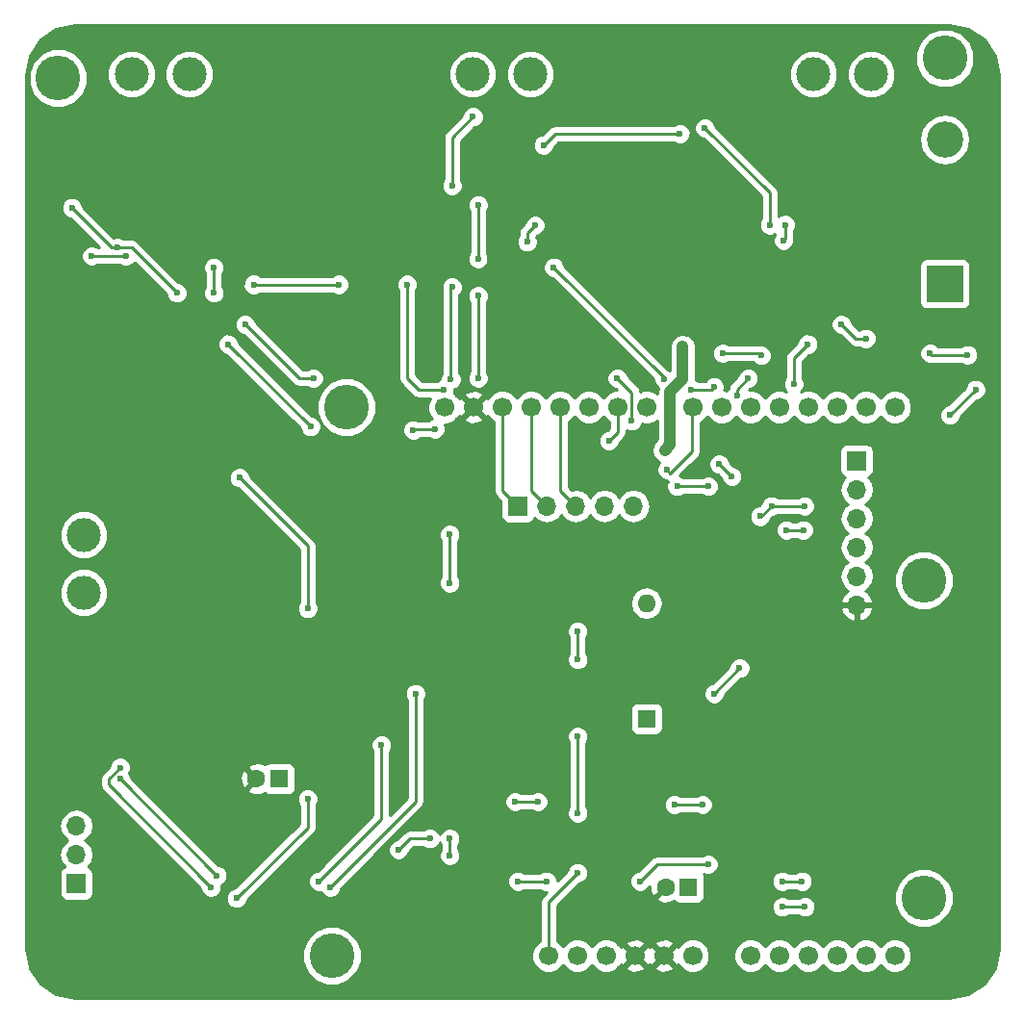
<source format=gbr>
G04 #@! TF.FileFunction,Copper,L2,Bot,Signal*
%FSLAX46Y46*%
G04 Gerber Fmt 4.6, Leading zero omitted, Abs format (unit mm)*
G04 Created by KiCad (PCBNEW 4.0.4-stable) date 05/22/17 17:02:13*
%MOMM*%
%LPD*%
G01*
G04 APERTURE LIST*
%ADD10C,0.100000*%
%ADD11R,1.600000X1.600000*%
%ADD12C,1.600000*%
%ADD13O,1.600000X1.600000*%
%ADD14R,3.200000X3.200000*%
%ADD15O,3.200000X3.200000*%
%ADD16C,3.000000*%
%ADD17R,1.700000X1.700000*%
%ADD18O,1.700000X1.700000*%
%ADD19C,1.700000*%
%ADD20C,3.937000*%
%ADD21C,0.600000*%
%ADD22C,1.000000*%
%ADD23C,3.000000*%
%ADD24C,0.250000*%
%ADD25C,1.000000*%
%ADD26C,0.254000*%
G04 APERTURE END LIST*
D10*
D11*
X123000000Y-107000000D03*
D12*
X121000000Y-107000000D03*
D11*
X159000000Y-116500000D03*
D12*
X157000000Y-116500000D03*
D11*
X155300000Y-101700000D03*
D13*
X155300000Y-91540000D03*
D14*
X181550000Y-63450000D03*
D15*
X181550000Y-50750000D03*
D16*
X115080000Y-45000000D03*
X110000000Y-45000000D03*
D17*
X105150000Y-116200000D03*
D18*
X105150000Y-113660000D03*
X105150000Y-111120000D03*
D16*
X175080000Y-45000000D03*
X170000000Y-45000000D03*
X105800000Y-85520000D03*
X105800000Y-90600000D03*
X145080000Y-45000000D03*
X140000000Y-45000000D03*
D19*
X177165000Y-122555000D03*
X174625000Y-122555000D03*
X172085000Y-122555000D03*
X164465000Y-122555000D03*
X167005000Y-122555000D03*
X169545000Y-122555000D03*
X159385000Y-122555000D03*
X156845000Y-122555000D03*
X154305000Y-122555000D03*
X149225000Y-122555000D03*
X146685000Y-122555000D03*
X177165000Y-74295000D03*
X174625000Y-74295000D03*
X172085000Y-74295000D03*
X169545000Y-74295000D03*
X167005000Y-74295000D03*
X164465000Y-74295000D03*
X161925000Y-74295000D03*
X159385000Y-74295000D03*
X155321000Y-74295000D03*
X152781000Y-74295000D03*
X150241000Y-74295000D03*
X147701000Y-74295000D03*
X145161000Y-74295000D03*
X142621000Y-74295000D03*
X140081000Y-74295000D03*
X137541000Y-74295000D03*
X151765000Y-122555000D03*
D20*
X179705000Y-117475000D03*
X179705000Y-89535000D03*
X128905000Y-74295000D03*
X127635000Y-122555000D03*
X103550000Y-45350000D03*
X181550000Y-43600000D03*
D17*
X144000000Y-83000000D03*
D18*
X146540000Y-83000000D03*
X149080000Y-83000000D03*
X151620000Y-83000000D03*
X154160000Y-83000000D03*
D17*
X173800000Y-79000000D03*
D18*
X173800000Y-81540000D03*
X173800000Y-84080000D03*
X173800000Y-86620000D03*
X173800000Y-89160000D03*
X173800000Y-91700000D03*
D21*
X141500000Y-61250000D03*
X133750000Y-89000000D03*
X130500000Y-90000000D03*
X130250000Y-95250000D03*
X129500000Y-111500000D03*
X139000000Y-61000000D03*
X103000000Y-97750000D03*
X110500000Y-98000000D03*
X130250000Y-110000000D03*
X123250000Y-115500000D03*
X128500000Y-119000000D03*
X173250000Y-104000000D03*
X183750000Y-66500000D03*
X174500000Y-71250000D03*
X142500000Y-52250000D03*
X128250000Y-52000000D03*
X112750000Y-65500000D03*
X115500000Y-57750000D03*
X118750000Y-52750000D03*
X102000000Y-58500000D03*
D22*
X111500000Y-95000000D03*
X106300000Y-53700000D03*
X162500000Y-47400000D03*
X132750000Y-45750000D03*
D21*
X149250000Y-94000000D03*
X149250000Y-96500000D03*
X149250000Y-103250000D03*
X149250000Y-110000000D03*
X149250000Y-115250000D03*
X158000000Y-81250000D03*
X160750000Y-81250000D03*
X145500000Y-58300000D03*
X144800000Y-59750000D03*
X147150000Y-62000000D03*
X156850000Y-71850000D03*
X157100000Y-79800000D03*
X136700000Y-76200000D03*
X134800000Y-76300000D03*
X126000000Y-71750000D03*
X120000000Y-67000000D03*
X117250000Y-64250000D03*
X117250000Y-62000000D03*
X169200000Y-83000000D03*
X165300000Y-83900000D03*
X166300000Y-83000000D03*
X163500000Y-97250000D03*
X161250000Y-99500000D03*
X161250000Y-72500000D03*
X159250000Y-72750000D03*
X137500000Y-72750000D03*
X134250000Y-63500000D03*
X120750000Y-63500000D03*
X128250000Y-63500000D03*
X117500000Y-115500000D03*
X109000000Y-107000000D03*
X117000000Y-116500000D03*
X109000000Y-106000000D03*
X158500000Y-69000000D03*
X156900000Y-78075002D03*
X162000000Y-69550000D03*
X165400000Y-69750000D03*
X167500000Y-58250000D03*
X167350000Y-59650000D03*
X158250000Y-50250000D03*
X146250000Y-51250000D03*
X135000000Y-99500000D03*
X127500000Y-116500000D03*
X126500000Y-116000000D03*
X132000000Y-104000000D03*
X140050000Y-48750000D03*
X138200000Y-54800000D03*
X138200000Y-63750000D03*
X138100000Y-71850000D03*
X154000000Y-75500000D03*
X152750000Y-71750000D03*
X140500000Y-71750000D03*
X140500000Y-64500000D03*
X140500000Y-61250000D03*
X140500000Y-56500000D03*
X169100000Y-85100000D03*
X167600000Y-85100000D03*
X162800000Y-80400000D03*
X161700000Y-79300000D03*
X109500000Y-61000000D03*
X106500000Y-61000000D03*
X114000000Y-64250000D03*
X118500000Y-68750000D03*
X125750000Y-76000000D03*
X104750000Y-56750000D03*
X108750000Y-60250000D03*
X164250000Y-71750000D03*
X163250000Y-73250000D03*
X168250000Y-72250000D03*
X169500000Y-68750000D03*
X183550000Y-69700000D03*
X180250000Y-69550000D03*
X160450000Y-49750000D03*
X166150000Y-58250000D03*
X172450000Y-67000000D03*
X174600000Y-68250000D03*
X184250000Y-72750000D03*
X182000000Y-75000000D03*
X138000000Y-89750000D03*
X138000000Y-85500000D03*
X125500000Y-108750000D03*
X119250000Y-117500000D03*
X152000000Y-77250000D03*
X125500000Y-92000000D03*
X119500000Y-80500000D03*
X138000000Y-112250000D03*
X138000000Y-113750000D03*
X169250000Y-118250000D03*
X167250000Y-118250000D03*
X160750000Y-114500000D03*
X154750000Y-116000000D03*
X146500000Y-116000000D03*
X144000000Y-116000000D03*
X136250000Y-112250000D03*
X133500000Y-113250000D03*
X169000000Y-116000000D03*
X167250000Y-116000000D03*
X160250000Y-109250000D03*
X157750000Y-109250000D03*
X145750000Y-109000000D03*
X143750000Y-109000000D03*
D23*
X132800000Y-45800000D02*
X132800000Y-45850000D01*
X132750000Y-45750000D02*
X132800000Y-45800000D01*
D24*
X146685000Y-122555000D02*
X146685000Y-117815000D01*
X149250000Y-96500000D02*
X149250000Y-94000000D01*
X149250000Y-110000000D02*
X149250000Y-103250000D01*
X146685000Y-117815000D02*
X149250000Y-115250000D01*
X158000000Y-81250000D02*
X160750000Y-81250000D01*
X145500000Y-58300000D02*
X144800000Y-59000000D01*
X144800000Y-59000000D02*
X144800000Y-59750000D01*
X147150000Y-62000000D02*
X156850000Y-71700000D01*
X156850000Y-71700000D02*
X156850000Y-71850000D01*
X159300000Y-78200000D02*
X159300000Y-74380000D01*
X157400000Y-80100000D02*
X159300000Y-78200000D01*
X157100000Y-79800000D02*
X157400000Y-80100000D01*
X134900000Y-76200000D02*
X136700000Y-76200000D01*
X134800000Y-76300000D02*
X134900000Y-76200000D01*
X124750000Y-71750000D02*
X126000000Y-71750000D01*
X120000000Y-67000000D02*
X124750000Y-71750000D01*
X117250000Y-62000000D02*
X117250000Y-64250000D01*
X159300000Y-74380000D02*
X159385000Y-74295000D01*
X147701000Y-74295000D02*
X147701000Y-81621000D01*
X147701000Y-81621000D02*
X149080000Y-83000000D01*
X145161000Y-74295000D02*
X145161000Y-81621000D01*
X145161000Y-81621000D02*
X146540000Y-83000000D01*
X142621000Y-74295000D02*
X142621000Y-81621000D01*
X142621000Y-81621000D02*
X144000000Y-83000000D01*
X166300000Y-83000000D02*
X169200000Y-83000000D01*
X165400000Y-83900000D02*
X165300000Y-83900000D01*
X166300000Y-83000000D02*
X165400000Y-83900000D01*
X163500000Y-97250000D02*
X161250000Y-99500000D01*
X134250000Y-71750000D02*
X135250000Y-72750000D01*
X161250000Y-72500000D02*
X161000000Y-72750000D01*
X161000000Y-72750000D02*
X159250000Y-72750000D01*
X137500000Y-72750000D02*
X135250000Y-72750000D01*
X134250000Y-71750000D02*
X134250000Y-63500000D01*
X120750000Y-63500000D02*
X128250000Y-63500000D01*
X109000000Y-107000000D02*
X117500000Y-115500000D01*
X108000000Y-107500000D02*
X117000000Y-116500000D01*
X108000000Y-107000000D02*
X108000000Y-107500000D01*
X109000000Y-106000000D02*
X108000000Y-107000000D01*
D25*
X158500000Y-71800000D02*
X158500000Y-69000000D01*
X157400000Y-72900000D02*
X158500000Y-71800000D01*
X157400000Y-77575002D02*
X157400000Y-72900000D01*
X156900000Y-78075002D02*
X157400000Y-77575002D01*
D24*
X165200000Y-69550000D02*
X162000000Y-69550000D01*
X165400000Y-69750000D02*
X165200000Y-69550000D01*
X167500000Y-59500000D02*
X167500000Y-58250000D01*
X167350000Y-59650000D02*
X167500000Y-59500000D01*
X147250000Y-50250000D02*
X158250000Y-50250000D01*
X146250000Y-51250000D02*
X147250000Y-50250000D01*
X135000000Y-109000000D02*
X135000000Y-99500000D01*
X127500000Y-116500000D02*
X135000000Y-109000000D01*
X132000000Y-110500000D02*
X132000000Y-104000000D01*
X126500000Y-116000000D02*
X132000000Y-110500000D01*
X140050000Y-48750000D02*
X138200000Y-50600000D01*
X138200000Y-50600000D02*
X138200000Y-54800000D01*
X138200000Y-63750000D02*
X138100000Y-63850000D01*
X138100000Y-63850000D02*
X138100000Y-71850000D01*
X154000000Y-73000000D02*
X154000000Y-75500000D01*
X152750000Y-71750000D02*
X154000000Y-73000000D01*
X140500000Y-64500000D02*
X140500000Y-71750000D01*
X140500000Y-56500000D02*
X140500000Y-61250000D01*
X169000000Y-85100000D02*
X169100000Y-85100000D01*
X167600000Y-85100000D02*
X169000000Y-85100000D01*
X161700000Y-79300000D02*
X162800000Y-80400000D01*
X106500000Y-61000000D02*
X109500000Y-61000000D01*
X110000000Y-60250000D02*
X114000000Y-64250000D01*
X118500000Y-68750000D02*
X125750000Y-76000000D01*
X108750000Y-60250000D02*
X110000000Y-60250000D01*
X104750000Y-56750000D02*
X108250000Y-60250000D01*
X108250000Y-60250000D02*
X108750000Y-60250000D01*
X164250000Y-71750000D02*
X163250000Y-72750000D01*
X163250000Y-72750000D02*
X163250000Y-73250000D01*
X168250000Y-70000000D02*
X168250000Y-72250000D01*
X169500000Y-68750000D02*
X168250000Y-70000000D01*
X180400000Y-69700000D02*
X183550000Y-69700000D01*
X180250000Y-69550000D02*
X180400000Y-69700000D01*
X160450000Y-49750000D02*
X166150000Y-55450000D01*
X166150000Y-55450000D02*
X166150000Y-58250000D01*
X172450000Y-67000000D02*
X173700000Y-68250000D01*
X173700000Y-68250000D02*
X174600000Y-68250000D01*
X184250000Y-72750000D02*
X182000000Y-75000000D01*
X152781000Y-74295000D02*
X152781000Y-76469000D01*
X138000000Y-89750000D02*
X138000000Y-85500000D01*
X125500000Y-111250000D02*
X125500000Y-108750000D01*
X119250000Y-117500000D02*
X125500000Y-111250000D01*
X152781000Y-76469000D02*
X152000000Y-77250000D01*
X125500000Y-86500000D02*
X125500000Y-92000000D01*
X119500000Y-80500000D02*
X125500000Y-86500000D01*
X138000000Y-113750000D02*
X138000000Y-112250000D01*
X167250000Y-118250000D02*
X169250000Y-118250000D01*
X156250000Y-114500000D02*
X160750000Y-114500000D01*
X154750000Y-116000000D02*
X156250000Y-114500000D01*
X144000000Y-116000000D02*
X146500000Y-116000000D01*
X134500000Y-112250000D02*
X136250000Y-112250000D01*
X133500000Y-113250000D02*
X134500000Y-112250000D01*
X167250000Y-116000000D02*
X169000000Y-116000000D01*
X157750000Y-109250000D02*
X160250000Y-109250000D01*
X143750000Y-109000000D02*
X145750000Y-109000000D01*
D26*
G36*
X183636390Y-41049408D02*
X185023654Y-41976349D01*
X185950592Y-43363610D01*
X186290000Y-45069931D01*
X186290000Y-121930069D01*
X185950592Y-123636390D01*
X185023654Y-125023651D01*
X183636390Y-125950592D01*
X181930069Y-126290000D01*
X105069931Y-126290000D01*
X103363610Y-125950592D01*
X101976349Y-125023654D01*
X101049408Y-123636390D01*
X100936865Y-123070596D01*
X125031049Y-123070596D01*
X125426573Y-124027838D01*
X126158310Y-124760853D01*
X127114860Y-125158047D01*
X128150596Y-125158951D01*
X129107838Y-124763427D01*
X129840853Y-124031690D01*
X130238047Y-123075140D01*
X130238951Y-122039404D01*
X129843427Y-121082162D01*
X129111690Y-120349147D01*
X128155140Y-119951953D01*
X127119404Y-119951049D01*
X126162162Y-120346573D01*
X125429147Y-121078310D01*
X125031953Y-122034860D01*
X125031049Y-123070596D01*
X100936865Y-123070596D01*
X100710000Y-121930069D01*
X100710000Y-111120000D01*
X103635907Y-111120000D01*
X103748946Y-111688285D01*
X104070853Y-112170054D01*
X104400026Y-112390000D01*
X104070853Y-112609946D01*
X103748946Y-113091715D01*
X103635907Y-113660000D01*
X103748946Y-114228285D01*
X104070853Y-114710054D01*
X104112452Y-114737850D01*
X104064683Y-114746838D01*
X103848559Y-114885910D01*
X103703569Y-115098110D01*
X103652560Y-115350000D01*
X103652560Y-117050000D01*
X103696838Y-117285317D01*
X103835910Y-117501441D01*
X104048110Y-117646431D01*
X104300000Y-117697440D01*
X106000000Y-117697440D01*
X106065225Y-117685167D01*
X118314838Y-117685167D01*
X118456883Y-118028943D01*
X118719673Y-118292192D01*
X119063201Y-118434838D01*
X119435167Y-118435162D01*
X119778943Y-118293117D01*
X120042192Y-118030327D01*
X120184838Y-117686799D01*
X120184879Y-117639923D01*
X121639635Y-116185167D01*
X125564838Y-116185167D01*
X125706883Y-116528943D01*
X125969673Y-116792192D01*
X126313201Y-116934838D01*
X126668127Y-116935147D01*
X126706883Y-117028943D01*
X126969673Y-117292192D01*
X127313201Y-117434838D01*
X127685167Y-117435162D01*
X128028943Y-117293117D01*
X128292192Y-117030327D01*
X128434838Y-116686799D01*
X128434879Y-116639923D01*
X128889635Y-116185167D01*
X143064838Y-116185167D01*
X143206883Y-116528943D01*
X143469673Y-116792192D01*
X143813201Y-116934838D01*
X144185167Y-116935162D01*
X144528943Y-116793117D01*
X144562118Y-116760000D01*
X145937537Y-116760000D01*
X145969673Y-116792192D01*
X146313201Y-116934838D01*
X146490206Y-116934992D01*
X146147599Y-117277599D01*
X145982852Y-117524161D01*
X145925000Y-117815000D01*
X145925000Y-121262253D01*
X145844914Y-121295344D01*
X145426812Y-121712717D01*
X145200258Y-122258319D01*
X145199743Y-122849089D01*
X145425344Y-123395086D01*
X145842717Y-123813188D01*
X146388319Y-124039742D01*
X146979089Y-124040257D01*
X147525086Y-123814656D01*
X147943188Y-123397283D01*
X147954748Y-123369443D01*
X147965344Y-123395086D01*
X148382717Y-123813188D01*
X148928319Y-124039742D01*
X149519089Y-124040257D01*
X150065086Y-123814656D01*
X150483188Y-123397283D01*
X150494748Y-123369443D01*
X150505344Y-123395086D01*
X150922717Y-123813188D01*
X151468319Y-124039742D01*
X152059089Y-124040257D01*
X152605086Y-123814656D01*
X152821160Y-123598958D01*
X153440647Y-123598958D01*
X153520920Y-123850259D01*
X154076279Y-124051718D01*
X154666458Y-124025315D01*
X155089080Y-123850259D01*
X155169353Y-123598958D01*
X155980647Y-123598958D01*
X156060920Y-123850259D01*
X156616279Y-124051718D01*
X157206458Y-124025315D01*
X157629080Y-123850259D01*
X157709353Y-123598958D01*
X156845000Y-122734605D01*
X155980647Y-123598958D01*
X155169353Y-123598958D01*
X154305000Y-122734605D01*
X153440647Y-123598958D01*
X152821160Y-123598958D01*
X153023188Y-123397283D01*
X153042951Y-123349688D01*
X153261042Y-123419353D01*
X154125395Y-122555000D01*
X154484605Y-122555000D01*
X155348958Y-123419353D01*
X155575000Y-123347148D01*
X155801042Y-123419353D01*
X156665395Y-122555000D01*
X157024605Y-122555000D01*
X157888958Y-123419353D01*
X158106640Y-123349819D01*
X158125344Y-123395086D01*
X158542717Y-123813188D01*
X159088319Y-124039742D01*
X159679089Y-124040257D01*
X160225086Y-123814656D01*
X160643188Y-123397283D01*
X160869742Y-122851681D01*
X160869744Y-122849089D01*
X162979743Y-122849089D01*
X163205344Y-123395086D01*
X163622717Y-123813188D01*
X164168319Y-124039742D01*
X164759089Y-124040257D01*
X165305086Y-123814656D01*
X165723188Y-123397283D01*
X165734748Y-123369443D01*
X165745344Y-123395086D01*
X166162717Y-123813188D01*
X166708319Y-124039742D01*
X167299089Y-124040257D01*
X167845086Y-123814656D01*
X168263188Y-123397283D01*
X168274748Y-123369443D01*
X168285344Y-123395086D01*
X168702717Y-123813188D01*
X169248319Y-124039742D01*
X169839089Y-124040257D01*
X170385086Y-123814656D01*
X170803188Y-123397283D01*
X170814748Y-123369443D01*
X170825344Y-123395086D01*
X171242717Y-123813188D01*
X171788319Y-124039742D01*
X172379089Y-124040257D01*
X172925086Y-123814656D01*
X173343188Y-123397283D01*
X173354748Y-123369443D01*
X173365344Y-123395086D01*
X173782717Y-123813188D01*
X174328319Y-124039742D01*
X174919089Y-124040257D01*
X175465086Y-123814656D01*
X175883188Y-123397283D01*
X175894748Y-123369443D01*
X175905344Y-123395086D01*
X176322717Y-123813188D01*
X176868319Y-124039742D01*
X177459089Y-124040257D01*
X178005086Y-123814656D01*
X178423188Y-123397283D01*
X178649742Y-122851681D01*
X178650257Y-122260911D01*
X178424656Y-121714914D01*
X178007283Y-121296812D01*
X177461681Y-121070258D01*
X176870911Y-121069743D01*
X176324914Y-121295344D01*
X175906812Y-121712717D01*
X175895252Y-121740557D01*
X175884656Y-121714914D01*
X175467283Y-121296812D01*
X174921681Y-121070258D01*
X174330911Y-121069743D01*
X173784914Y-121295344D01*
X173366812Y-121712717D01*
X173355252Y-121740557D01*
X173344656Y-121714914D01*
X172927283Y-121296812D01*
X172381681Y-121070258D01*
X171790911Y-121069743D01*
X171244914Y-121295344D01*
X170826812Y-121712717D01*
X170815252Y-121740557D01*
X170804656Y-121714914D01*
X170387283Y-121296812D01*
X169841681Y-121070258D01*
X169250911Y-121069743D01*
X168704914Y-121295344D01*
X168286812Y-121712717D01*
X168275252Y-121740557D01*
X168264656Y-121714914D01*
X167847283Y-121296812D01*
X167301681Y-121070258D01*
X166710911Y-121069743D01*
X166164914Y-121295344D01*
X165746812Y-121712717D01*
X165735252Y-121740557D01*
X165724656Y-121714914D01*
X165307283Y-121296812D01*
X164761681Y-121070258D01*
X164170911Y-121069743D01*
X163624914Y-121295344D01*
X163206812Y-121712717D01*
X162980258Y-122258319D01*
X162979743Y-122849089D01*
X160869744Y-122849089D01*
X160870257Y-122260911D01*
X160644656Y-121714914D01*
X160227283Y-121296812D01*
X159681681Y-121070258D01*
X159090911Y-121069743D01*
X158544914Y-121295344D01*
X158126812Y-121712717D01*
X158107049Y-121760312D01*
X157888958Y-121690647D01*
X157024605Y-122555000D01*
X156665395Y-122555000D01*
X155801042Y-121690647D01*
X155575000Y-121762852D01*
X155348958Y-121690647D01*
X154484605Y-122555000D01*
X154125395Y-122555000D01*
X153261042Y-121690647D01*
X153043360Y-121760181D01*
X153024656Y-121714914D01*
X152821140Y-121511042D01*
X153440647Y-121511042D01*
X154305000Y-122375395D01*
X155169353Y-121511042D01*
X155980647Y-121511042D01*
X156845000Y-122375395D01*
X157709353Y-121511042D01*
X157629080Y-121259741D01*
X157073721Y-121058282D01*
X156483542Y-121084685D01*
X156060920Y-121259741D01*
X155980647Y-121511042D01*
X155169353Y-121511042D01*
X155089080Y-121259741D01*
X154533721Y-121058282D01*
X153943542Y-121084685D01*
X153520920Y-121259741D01*
X153440647Y-121511042D01*
X152821140Y-121511042D01*
X152607283Y-121296812D01*
X152061681Y-121070258D01*
X151470911Y-121069743D01*
X150924914Y-121295344D01*
X150506812Y-121712717D01*
X150495252Y-121740557D01*
X150484656Y-121714914D01*
X150067283Y-121296812D01*
X149521681Y-121070258D01*
X148930911Y-121069743D01*
X148384914Y-121295344D01*
X147966812Y-121712717D01*
X147955252Y-121740557D01*
X147944656Y-121714914D01*
X147527283Y-121296812D01*
X147445000Y-121262645D01*
X147445000Y-118435167D01*
X166314838Y-118435167D01*
X166456883Y-118778943D01*
X166719673Y-119042192D01*
X167063201Y-119184838D01*
X167435167Y-119185162D01*
X167778943Y-119043117D01*
X167812118Y-119010000D01*
X168687537Y-119010000D01*
X168719673Y-119042192D01*
X169063201Y-119184838D01*
X169435167Y-119185162D01*
X169778943Y-119043117D01*
X170042192Y-118780327D01*
X170184838Y-118436799D01*
X170185162Y-118064833D01*
X170154488Y-117990596D01*
X177101049Y-117990596D01*
X177496573Y-118947838D01*
X178228310Y-119680853D01*
X179184860Y-120078047D01*
X180220596Y-120078951D01*
X181177838Y-119683427D01*
X181910853Y-118951690D01*
X182308047Y-117995140D01*
X182308951Y-116959404D01*
X181913427Y-116002162D01*
X181181690Y-115269147D01*
X180225140Y-114871953D01*
X179189404Y-114871049D01*
X178232162Y-115266573D01*
X177499147Y-115998310D01*
X177101953Y-116954860D01*
X177101049Y-117990596D01*
X170154488Y-117990596D01*
X170043117Y-117721057D01*
X169780327Y-117457808D01*
X169436799Y-117315162D01*
X169064833Y-117314838D01*
X168721057Y-117456883D01*
X168687882Y-117490000D01*
X167812463Y-117490000D01*
X167780327Y-117457808D01*
X167436799Y-117315162D01*
X167064833Y-117314838D01*
X166721057Y-117456883D01*
X166457808Y-117719673D01*
X166315162Y-118063201D01*
X166314838Y-118435167D01*
X147445000Y-118435167D01*
X147445000Y-118129802D01*
X149389635Y-116185167D01*
X153814838Y-116185167D01*
X153956883Y-116528943D01*
X154219673Y-116792192D01*
X154563201Y-116934838D01*
X154935167Y-116935162D01*
X155278943Y-116793117D01*
X155542192Y-116530327D01*
X155562486Y-116481454D01*
X155580222Y-116853454D01*
X155746136Y-117254005D01*
X155992255Y-117328139D01*
X156820395Y-116500000D01*
X156806252Y-116485858D01*
X156985858Y-116306252D01*
X157000000Y-116320395D01*
X157014142Y-116306252D01*
X157193748Y-116485858D01*
X157179605Y-116500000D01*
X157193748Y-116514143D01*
X157014142Y-116693748D01*
X157000000Y-116679605D01*
X156171861Y-117507745D01*
X156245995Y-117753864D01*
X156783223Y-117946965D01*
X157353454Y-117919778D01*
X157744947Y-117757616D01*
X157948110Y-117896431D01*
X158200000Y-117947440D01*
X159800000Y-117947440D01*
X160035317Y-117903162D01*
X160251441Y-117764090D01*
X160396431Y-117551890D01*
X160447440Y-117300000D01*
X160447440Y-116185167D01*
X166314838Y-116185167D01*
X166456883Y-116528943D01*
X166719673Y-116792192D01*
X167063201Y-116934838D01*
X167435167Y-116935162D01*
X167778943Y-116793117D01*
X167812118Y-116760000D01*
X168437537Y-116760000D01*
X168469673Y-116792192D01*
X168813201Y-116934838D01*
X169185167Y-116935162D01*
X169528943Y-116793117D01*
X169792192Y-116530327D01*
X169934838Y-116186799D01*
X169935162Y-115814833D01*
X169793117Y-115471057D01*
X169530327Y-115207808D01*
X169186799Y-115065162D01*
X168814833Y-115064838D01*
X168471057Y-115206883D01*
X168437882Y-115240000D01*
X167812463Y-115240000D01*
X167780327Y-115207808D01*
X167436799Y-115065162D01*
X167064833Y-115064838D01*
X166721057Y-115206883D01*
X166457808Y-115469673D01*
X166315162Y-115813201D01*
X166314838Y-116185167D01*
X160447440Y-116185167D01*
X160447440Y-115700000D01*
X160403162Y-115464683D01*
X160318600Y-115333270D01*
X160563201Y-115434838D01*
X160935167Y-115435162D01*
X161278943Y-115293117D01*
X161542192Y-115030327D01*
X161684838Y-114686799D01*
X161685162Y-114314833D01*
X161543117Y-113971057D01*
X161280327Y-113707808D01*
X160936799Y-113565162D01*
X160564833Y-113564838D01*
X160221057Y-113706883D01*
X160187882Y-113740000D01*
X156250000Y-113740000D01*
X155959160Y-113797852D01*
X155712599Y-113962599D01*
X154610320Y-115064878D01*
X154564833Y-115064838D01*
X154221057Y-115206883D01*
X153957808Y-115469673D01*
X153815162Y-115813201D01*
X153814838Y-116185167D01*
X149389635Y-116185167D01*
X149389680Y-116185122D01*
X149435167Y-116185162D01*
X149778943Y-116043117D01*
X150042192Y-115780327D01*
X150184838Y-115436799D01*
X150185162Y-115064833D01*
X150043117Y-114721057D01*
X149780327Y-114457808D01*
X149436799Y-114315162D01*
X149064833Y-114314838D01*
X148721057Y-114456883D01*
X148457808Y-114719673D01*
X148315162Y-115063201D01*
X148315121Y-115110077D01*
X147435009Y-115990189D01*
X147435162Y-115814833D01*
X147293117Y-115471057D01*
X147030327Y-115207808D01*
X146686799Y-115065162D01*
X146314833Y-115064838D01*
X145971057Y-115206883D01*
X145937882Y-115240000D01*
X144562463Y-115240000D01*
X144530327Y-115207808D01*
X144186799Y-115065162D01*
X143814833Y-115064838D01*
X143471057Y-115206883D01*
X143207808Y-115469673D01*
X143065162Y-115813201D01*
X143064838Y-116185167D01*
X128889635Y-116185167D01*
X131639635Y-113435167D01*
X132564838Y-113435167D01*
X132706883Y-113778943D01*
X132969673Y-114042192D01*
X133313201Y-114184838D01*
X133685167Y-114185162D01*
X134028943Y-114043117D01*
X134292192Y-113780327D01*
X134434838Y-113436799D01*
X134434879Y-113389923D01*
X134814802Y-113010000D01*
X135687537Y-113010000D01*
X135719673Y-113042192D01*
X136063201Y-113184838D01*
X136435167Y-113185162D01*
X136778943Y-113043117D01*
X137042192Y-112780327D01*
X137125028Y-112580838D01*
X137206883Y-112778943D01*
X137240000Y-112812118D01*
X137240000Y-113187537D01*
X137207808Y-113219673D01*
X137065162Y-113563201D01*
X137064838Y-113935167D01*
X137206883Y-114278943D01*
X137469673Y-114542192D01*
X137813201Y-114684838D01*
X138185167Y-114685162D01*
X138528943Y-114543117D01*
X138792192Y-114280327D01*
X138934838Y-113936799D01*
X138935162Y-113564833D01*
X138793117Y-113221057D01*
X138760000Y-113187882D01*
X138760000Y-112812463D01*
X138792192Y-112780327D01*
X138934838Y-112436799D01*
X138935162Y-112064833D01*
X138793117Y-111721057D01*
X138530327Y-111457808D01*
X138186799Y-111315162D01*
X137814833Y-111314838D01*
X137471057Y-111456883D01*
X137207808Y-111719673D01*
X137124972Y-111919162D01*
X137043117Y-111721057D01*
X136780327Y-111457808D01*
X136436799Y-111315162D01*
X136064833Y-111314838D01*
X135721057Y-111456883D01*
X135687882Y-111490000D01*
X134500000Y-111490000D01*
X134209161Y-111547852D01*
X133962599Y-111712599D01*
X133360320Y-112314878D01*
X133314833Y-112314838D01*
X132971057Y-112456883D01*
X132707808Y-112719673D01*
X132565162Y-113063201D01*
X132564838Y-113435167D01*
X131639635Y-113435167D01*
X135537401Y-109537401D01*
X135702148Y-109290839D01*
X135723167Y-109185167D01*
X142814838Y-109185167D01*
X142956883Y-109528943D01*
X143219673Y-109792192D01*
X143563201Y-109934838D01*
X143935167Y-109935162D01*
X144278943Y-109793117D01*
X144312118Y-109760000D01*
X145187537Y-109760000D01*
X145219673Y-109792192D01*
X145563201Y-109934838D01*
X145935167Y-109935162D01*
X146278943Y-109793117D01*
X146542192Y-109530327D01*
X146684838Y-109186799D01*
X146685162Y-108814833D01*
X146543117Y-108471057D01*
X146280327Y-108207808D01*
X145936799Y-108065162D01*
X145564833Y-108064838D01*
X145221057Y-108206883D01*
X145187882Y-108240000D01*
X144312463Y-108240000D01*
X144280327Y-108207808D01*
X143936799Y-108065162D01*
X143564833Y-108064838D01*
X143221057Y-108206883D01*
X142957808Y-108469673D01*
X142815162Y-108813201D01*
X142814838Y-109185167D01*
X135723167Y-109185167D01*
X135760000Y-109000000D01*
X135760000Y-103435167D01*
X148314838Y-103435167D01*
X148456883Y-103778943D01*
X148490000Y-103812118D01*
X148490000Y-109437537D01*
X148457808Y-109469673D01*
X148315162Y-109813201D01*
X148314838Y-110185167D01*
X148456883Y-110528943D01*
X148719673Y-110792192D01*
X149063201Y-110934838D01*
X149435167Y-110935162D01*
X149778943Y-110793117D01*
X150042192Y-110530327D01*
X150184838Y-110186799D01*
X150185162Y-109814833D01*
X150043117Y-109471057D01*
X150010000Y-109437882D01*
X150010000Y-109435167D01*
X156814838Y-109435167D01*
X156956883Y-109778943D01*
X157219673Y-110042192D01*
X157563201Y-110184838D01*
X157935167Y-110185162D01*
X158278943Y-110043117D01*
X158312118Y-110010000D01*
X159687537Y-110010000D01*
X159719673Y-110042192D01*
X160063201Y-110184838D01*
X160435167Y-110185162D01*
X160778943Y-110043117D01*
X161042192Y-109780327D01*
X161184838Y-109436799D01*
X161185162Y-109064833D01*
X161043117Y-108721057D01*
X160780327Y-108457808D01*
X160436799Y-108315162D01*
X160064833Y-108314838D01*
X159721057Y-108456883D01*
X159687882Y-108490000D01*
X158312463Y-108490000D01*
X158280327Y-108457808D01*
X157936799Y-108315162D01*
X157564833Y-108314838D01*
X157221057Y-108456883D01*
X156957808Y-108719673D01*
X156815162Y-109063201D01*
X156814838Y-109435167D01*
X150010000Y-109435167D01*
X150010000Y-103812463D01*
X150042192Y-103780327D01*
X150184838Y-103436799D01*
X150185162Y-103064833D01*
X150043117Y-102721057D01*
X149780327Y-102457808D01*
X149436799Y-102315162D01*
X149064833Y-102314838D01*
X148721057Y-102456883D01*
X148457808Y-102719673D01*
X148315162Y-103063201D01*
X148314838Y-103435167D01*
X135760000Y-103435167D01*
X135760000Y-100900000D01*
X153852560Y-100900000D01*
X153852560Y-102500000D01*
X153896838Y-102735317D01*
X154035910Y-102951441D01*
X154248110Y-103096431D01*
X154500000Y-103147440D01*
X156100000Y-103147440D01*
X156335317Y-103103162D01*
X156551441Y-102964090D01*
X156696431Y-102751890D01*
X156747440Y-102500000D01*
X156747440Y-100900000D01*
X156703162Y-100664683D01*
X156564090Y-100448559D01*
X156351890Y-100303569D01*
X156100000Y-100252560D01*
X154500000Y-100252560D01*
X154264683Y-100296838D01*
X154048559Y-100435910D01*
X153903569Y-100648110D01*
X153852560Y-100900000D01*
X135760000Y-100900000D01*
X135760000Y-100062463D01*
X135792192Y-100030327D01*
X135934838Y-99686799D01*
X135934839Y-99685167D01*
X160314838Y-99685167D01*
X160456883Y-100028943D01*
X160719673Y-100292192D01*
X161063201Y-100434838D01*
X161435167Y-100435162D01*
X161778943Y-100293117D01*
X162042192Y-100030327D01*
X162184838Y-99686799D01*
X162184879Y-99639923D01*
X163639680Y-98185122D01*
X163685167Y-98185162D01*
X164028943Y-98043117D01*
X164292192Y-97780327D01*
X164434838Y-97436799D01*
X164435162Y-97064833D01*
X164293117Y-96721057D01*
X164030327Y-96457808D01*
X163686799Y-96315162D01*
X163314833Y-96314838D01*
X162971057Y-96456883D01*
X162707808Y-96719673D01*
X162565162Y-97063201D01*
X162565121Y-97110077D01*
X161110320Y-98564878D01*
X161064833Y-98564838D01*
X160721057Y-98706883D01*
X160457808Y-98969673D01*
X160315162Y-99313201D01*
X160314838Y-99685167D01*
X135934839Y-99685167D01*
X135935162Y-99314833D01*
X135793117Y-98971057D01*
X135530327Y-98707808D01*
X135186799Y-98565162D01*
X134814833Y-98564838D01*
X134471057Y-98706883D01*
X134207808Y-98969673D01*
X134065162Y-99313201D01*
X134064838Y-99685167D01*
X134206883Y-100028943D01*
X134240000Y-100062118D01*
X134240000Y-108685198D01*
X132760000Y-110165198D01*
X132760000Y-104562463D01*
X132792192Y-104530327D01*
X132934838Y-104186799D01*
X132935162Y-103814833D01*
X132793117Y-103471057D01*
X132530327Y-103207808D01*
X132186799Y-103065162D01*
X131814833Y-103064838D01*
X131471057Y-103206883D01*
X131207808Y-103469673D01*
X131065162Y-103813201D01*
X131064838Y-104185167D01*
X131206883Y-104528943D01*
X131240000Y-104562118D01*
X131240000Y-110185198D01*
X126360320Y-115064878D01*
X126314833Y-115064838D01*
X125971057Y-115206883D01*
X125707808Y-115469673D01*
X125565162Y-115813201D01*
X125564838Y-116185167D01*
X121639635Y-116185167D01*
X126037401Y-111787401D01*
X126202148Y-111540839D01*
X126260000Y-111250000D01*
X126260000Y-109312463D01*
X126292192Y-109280327D01*
X126434838Y-108936799D01*
X126435162Y-108564833D01*
X126293117Y-108221057D01*
X126030327Y-107957808D01*
X125686799Y-107815162D01*
X125314833Y-107814838D01*
X124971057Y-107956883D01*
X124707808Y-108219673D01*
X124565162Y-108563201D01*
X124564838Y-108935167D01*
X124706883Y-109278943D01*
X124740000Y-109312118D01*
X124740000Y-110935198D01*
X119110320Y-116564878D01*
X119064833Y-116564838D01*
X118721057Y-116706883D01*
X118457808Y-116969673D01*
X118315162Y-117313201D01*
X118314838Y-117685167D01*
X106065225Y-117685167D01*
X106235317Y-117653162D01*
X106451441Y-117514090D01*
X106596431Y-117301890D01*
X106647440Y-117050000D01*
X106647440Y-115350000D01*
X106603162Y-115114683D01*
X106464090Y-114898559D01*
X106251890Y-114753569D01*
X106184459Y-114739914D01*
X106229147Y-114710054D01*
X106551054Y-114228285D01*
X106664093Y-113660000D01*
X106551054Y-113091715D01*
X106229147Y-112609946D01*
X105899974Y-112390000D01*
X106229147Y-112170054D01*
X106551054Y-111688285D01*
X106664093Y-111120000D01*
X106551054Y-110551715D01*
X106229147Y-110069946D01*
X105747378Y-109748039D01*
X105179093Y-109635000D01*
X105120907Y-109635000D01*
X104552622Y-109748039D01*
X104070853Y-110069946D01*
X103748946Y-110551715D01*
X103635907Y-111120000D01*
X100710000Y-111120000D01*
X100710000Y-107000000D01*
X107240000Y-107000000D01*
X107240000Y-107500000D01*
X107297852Y-107790839D01*
X107462599Y-108037401D01*
X116064878Y-116639680D01*
X116064838Y-116685167D01*
X116206883Y-117028943D01*
X116469673Y-117292192D01*
X116813201Y-117434838D01*
X117185167Y-117435162D01*
X117528943Y-117293117D01*
X117792192Y-117030327D01*
X117934838Y-116686799D01*
X117935147Y-116331873D01*
X118028943Y-116293117D01*
X118292192Y-116030327D01*
X118434838Y-115686799D01*
X118435162Y-115314833D01*
X118293117Y-114971057D01*
X118030327Y-114707808D01*
X117686799Y-114565162D01*
X117639923Y-114565121D01*
X109935122Y-106860320D01*
X109935162Y-106814833D01*
X109922102Y-106783223D01*
X119553035Y-106783223D01*
X119580222Y-107353454D01*
X119746136Y-107754005D01*
X119992255Y-107828139D01*
X120820395Y-107000000D01*
X119992255Y-106171861D01*
X119746136Y-106245995D01*
X119553035Y-106783223D01*
X109922102Y-106783223D01*
X109804931Y-106499649D01*
X109934838Y-106186799D01*
X109935007Y-105992255D01*
X120171861Y-105992255D01*
X121000000Y-106820395D01*
X121014142Y-106806252D01*
X121193748Y-106985858D01*
X121179605Y-107000000D01*
X121193748Y-107014143D01*
X121014142Y-107193748D01*
X121000000Y-107179605D01*
X120171861Y-108007745D01*
X120245995Y-108253864D01*
X120783223Y-108446965D01*
X121353454Y-108419778D01*
X121744947Y-108257616D01*
X121948110Y-108396431D01*
X122200000Y-108447440D01*
X123800000Y-108447440D01*
X124035317Y-108403162D01*
X124251441Y-108264090D01*
X124396431Y-108051890D01*
X124447440Y-107800000D01*
X124447440Y-106200000D01*
X124403162Y-105964683D01*
X124264090Y-105748559D01*
X124051890Y-105603569D01*
X123800000Y-105552560D01*
X122200000Y-105552560D01*
X121964683Y-105596838D01*
X121748559Y-105735910D01*
X121744023Y-105742548D01*
X121216777Y-105553035D01*
X120646546Y-105580222D01*
X120245995Y-105746136D01*
X120171861Y-105992255D01*
X109935007Y-105992255D01*
X109935162Y-105814833D01*
X109793117Y-105471057D01*
X109530327Y-105207808D01*
X109186799Y-105065162D01*
X108814833Y-105064838D01*
X108471057Y-105206883D01*
X108207808Y-105469673D01*
X108065162Y-105813201D01*
X108065121Y-105860077D01*
X107462599Y-106462599D01*
X107297852Y-106709161D01*
X107240000Y-107000000D01*
X100710000Y-107000000D01*
X100710000Y-94185167D01*
X148314838Y-94185167D01*
X148456883Y-94528943D01*
X148490000Y-94562118D01*
X148490000Y-95937537D01*
X148457808Y-95969673D01*
X148315162Y-96313201D01*
X148314838Y-96685167D01*
X148456883Y-97028943D01*
X148719673Y-97292192D01*
X149063201Y-97434838D01*
X149435167Y-97435162D01*
X149778943Y-97293117D01*
X150042192Y-97030327D01*
X150184838Y-96686799D01*
X150185162Y-96314833D01*
X150043117Y-95971057D01*
X150010000Y-95937882D01*
X150010000Y-94562463D01*
X150042192Y-94530327D01*
X150184838Y-94186799D01*
X150185162Y-93814833D01*
X150043117Y-93471057D01*
X149780327Y-93207808D01*
X149436799Y-93065162D01*
X149064833Y-93064838D01*
X148721057Y-93206883D01*
X148457808Y-93469673D01*
X148315162Y-93813201D01*
X148314838Y-94185167D01*
X100710000Y-94185167D01*
X100710000Y-91022815D01*
X103664630Y-91022815D01*
X103988980Y-91807800D01*
X104589041Y-92408909D01*
X105373459Y-92734628D01*
X106222815Y-92735370D01*
X107007800Y-92411020D01*
X107608909Y-91810959D01*
X107934628Y-91026541D01*
X107935370Y-90177185D01*
X107611020Y-89392200D01*
X107010959Y-88791091D01*
X106226541Y-88465372D01*
X105377185Y-88464630D01*
X104592200Y-88788980D01*
X103991091Y-89389041D01*
X103665372Y-90173459D01*
X103664630Y-91022815D01*
X100710000Y-91022815D01*
X100710000Y-85942815D01*
X103664630Y-85942815D01*
X103988980Y-86727800D01*
X104589041Y-87328909D01*
X105373459Y-87654628D01*
X106222815Y-87655370D01*
X107007800Y-87331020D01*
X107608909Y-86730959D01*
X107934628Y-85946541D01*
X107935370Y-85097185D01*
X107611020Y-84312200D01*
X107010959Y-83711091D01*
X106226541Y-83385372D01*
X105377185Y-83384630D01*
X104592200Y-83708980D01*
X103991091Y-84309041D01*
X103665372Y-85093459D01*
X103664630Y-85942815D01*
X100710000Y-85942815D01*
X100710000Y-80685167D01*
X118564838Y-80685167D01*
X118706883Y-81028943D01*
X118969673Y-81292192D01*
X119313201Y-81434838D01*
X119360077Y-81434879D01*
X124740000Y-86814802D01*
X124740000Y-91437537D01*
X124707808Y-91469673D01*
X124565162Y-91813201D01*
X124564838Y-92185167D01*
X124706883Y-92528943D01*
X124969673Y-92792192D01*
X125313201Y-92934838D01*
X125685167Y-92935162D01*
X126028943Y-92793117D01*
X126292192Y-92530327D01*
X126434838Y-92186799D01*
X126435162Y-91814833D01*
X126309988Y-91511887D01*
X153865000Y-91511887D01*
X153865000Y-91568113D01*
X153974233Y-92117264D01*
X154285302Y-92582811D01*
X154750849Y-92893880D01*
X155300000Y-93003113D01*
X155849151Y-92893880D01*
X156314698Y-92582811D01*
X156625767Y-92117264D01*
X156637776Y-92056890D01*
X172358524Y-92056890D01*
X172528355Y-92466924D01*
X172918642Y-92895183D01*
X173443108Y-93141486D01*
X173673000Y-93020819D01*
X173673000Y-91827000D01*
X173927000Y-91827000D01*
X173927000Y-93020819D01*
X174156892Y-93141486D01*
X174681358Y-92895183D01*
X175071645Y-92466924D01*
X175241476Y-92056890D01*
X175120155Y-91827000D01*
X173927000Y-91827000D01*
X173673000Y-91827000D01*
X172479845Y-91827000D01*
X172358524Y-92056890D01*
X156637776Y-92056890D01*
X156735000Y-91568113D01*
X156735000Y-91511887D01*
X156625767Y-90962736D01*
X156314698Y-90497189D01*
X155849151Y-90186120D01*
X155300000Y-90076887D01*
X154750849Y-90186120D01*
X154285302Y-90497189D01*
X153974233Y-90962736D01*
X153865000Y-91511887D01*
X126309988Y-91511887D01*
X126293117Y-91471057D01*
X126260000Y-91437882D01*
X126260000Y-86500000D01*
X126202148Y-86209161D01*
X126202148Y-86209160D01*
X126037401Y-85962599D01*
X125759969Y-85685167D01*
X137064838Y-85685167D01*
X137206883Y-86028943D01*
X137240000Y-86062118D01*
X137240000Y-89187537D01*
X137207808Y-89219673D01*
X137065162Y-89563201D01*
X137064838Y-89935167D01*
X137206883Y-90278943D01*
X137469673Y-90542192D01*
X137813201Y-90684838D01*
X138185167Y-90685162D01*
X138528943Y-90543117D01*
X138792192Y-90280327D01*
X138934838Y-89936799D01*
X138935162Y-89564833D01*
X138793117Y-89221057D01*
X138760000Y-89187882D01*
X138760000Y-86062463D01*
X138792192Y-86030327D01*
X138934838Y-85686799D01*
X138935162Y-85314833D01*
X138922905Y-85285167D01*
X166664838Y-85285167D01*
X166806883Y-85628943D01*
X167069673Y-85892192D01*
X167413201Y-86034838D01*
X167785167Y-86035162D01*
X168128943Y-85893117D01*
X168162118Y-85860000D01*
X168537537Y-85860000D01*
X168569673Y-85892192D01*
X168913201Y-86034838D01*
X169285167Y-86035162D01*
X169628943Y-85893117D01*
X169892192Y-85630327D01*
X170034838Y-85286799D01*
X170035162Y-84914833D01*
X169893117Y-84571057D01*
X169630327Y-84307808D01*
X169286799Y-84165162D01*
X168914833Y-84164838D01*
X168571057Y-84306883D01*
X168537882Y-84340000D01*
X168162463Y-84340000D01*
X168130327Y-84307808D01*
X167786799Y-84165162D01*
X167414833Y-84164838D01*
X167071057Y-84306883D01*
X166807808Y-84569673D01*
X166665162Y-84913201D01*
X166664838Y-85285167D01*
X138922905Y-85285167D01*
X138793117Y-84971057D01*
X138530327Y-84707808D01*
X138186799Y-84565162D01*
X137814833Y-84564838D01*
X137471057Y-84706883D01*
X137207808Y-84969673D01*
X137065162Y-85313201D01*
X137064838Y-85685167D01*
X125759969Y-85685167D01*
X120435122Y-80360320D01*
X120435162Y-80314833D01*
X120293117Y-79971057D01*
X120030327Y-79707808D01*
X119686799Y-79565162D01*
X119314833Y-79564838D01*
X118971057Y-79706883D01*
X118707808Y-79969673D01*
X118565162Y-80313201D01*
X118564838Y-80685167D01*
X100710000Y-80685167D01*
X100710000Y-68935167D01*
X117564838Y-68935167D01*
X117706883Y-69278943D01*
X117969673Y-69542192D01*
X118313201Y-69684838D01*
X118360077Y-69684879D01*
X124814878Y-76139680D01*
X124814838Y-76185167D01*
X124956883Y-76528943D01*
X125219673Y-76792192D01*
X125563201Y-76934838D01*
X125935167Y-76935162D01*
X126278943Y-76793117D01*
X126542192Y-76530327D01*
X126684838Y-76186799D01*
X126685162Y-75814833D01*
X126543117Y-75471057D01*
X126280327Y-75207808D01*
X125936799Y-75065162D01*
X125889923Y-75065121D01*
X125635398Y-74810596D01*
X126301049Y-74810596D01*
X126696573Y-75767838D01*
X127428310Y-76500853D01*
X128384860Y-76898047D01*
X129420596Y-76898951D01*
X130377838Y-76503427D01*
X131110853Y-75771690D01*
X131508047Y-74815140D01*
X131508951Y-73779404D01*
X131113427Y-72822162D01*
X130381690Y-72089147D01*
X129425140Y-71691953D01*
X128389404Y-71691049D01*
X127432162Y-72086573D01*
X126699147Y-72818310D01*
X126301953Y-73774860D01*
X126301049Y-74810596D01*
X125635398Y-74810596D01*
X119435122Y-68610320D01*
X119435162Y-68564833D01*
X119293117Y-68221057D01*
X119030327Y-67957808D01*
X118686799Y-67815162D01*
X118314833Y-67814838D01*
X117971057Y-67956883D01*
X117707808Y-68219673D01*
X117565162Y-68563201D01*
X117564838Y-68935167D01*
X100710000Y-68935167D01*
X100710000Y-67185167D01*
X119064838Y-67185167D01*
X119206883Y-67528943D01*
X119469673Y-67792192D01*
X119813201Y-67934838D01*
X119860077Y-67934879D01*
X124212599Y-72287401D01*
X124459160Y-72452148D01*
X124482965Y-72456883D01*
X124750000Y-72510000D01*
X125437537Y-72510000D01*
X125469673Y-72542192D01*
X125813201Y-72684838D01*
X126185167Y-72685162D01*
X126528943Y-72543117D01*
X126792192Y-72280327D01*
X126934838Y-71936799D01*
X126935162Y-71564833D01*
X126793117Y-71221057D01*
X126530327Y-70957808D01*
X126186799Y-70815162D01*
X125814833Y-70814838D01*
X125471057Y-70956883D01*
X125437882Y-70990000D01*
X125064802Y-70990000D01*
X120935122Y-66860320D01*
X120935162Y-66814833D01*
X120793117Y-66471057D01*
X120530327Y-66207808D01*
X120186799Y-66065162D01*
X119814833Y-66064838D01*
X119471057Y-66206883D01*
X119207808Y-66469673D01*
X119065162Y-66813201D01*
X119064838Y-67185167D01*
X100710000Y-67185167D01*
X100710000Y-56935167D01*
X103814838Y-56935167D01*
X103956883Y-57278943D01*
X104219673Y-57542192D01*
X104563201Y-57684838D01*
X104610077Y-57684879D01*
X107165198Y-60240000D01*
X107062463Y-60240000D01*
X107030327Y-60207808D01*
X106686799Y-60065162D01*
X106314833Y-60064838D01*
X105971057Y-60206883D01*
X105707808Y-60469673D01*
X105565162Y-60813201D01*
X105564838Y-61185167D01*
X105706883Y-61528943D01*
X105969673Y-61792192D01*
X106313201Y-61934838D01*
X106685167Y-61935162D01*
X107028943Y-61793117D01*
X107062118Y-61760000D01*
X108937537Y-61760000D01*
X108969673Y-61792192D01*
X109313201Y-61934838D01*
X109685167Y-61935162D01*
X110028943Y-61793117D01*
X110248821Y-61573623D01*
X113064878Y-64389680D01*
X113064838Y-64435167D01*
X113206883Y-64778943D01*
X113469673Y-65042192D01*
X113813201Y-65184838D01*
X114185167Y-65185162D01*
X114528943Y-65043117D01*
X114792192Y-64780327D01*
X114934838Y-64436799D01*
X114935162Y-64064833D01*
X114793117Y-63721057D01*
X114530327Y-63457808D01*
X114186799Y-63315162D01*
X114139923Y-63315121D01*
X113009969Y-62185167D01*
X116314838Y-62185167D01*
X116456883Y-62528943D01*
X116490000Y-62562118D01*
X116490000Y-63687537D01*
X116457808Y-63719673D01*
X116315162Y-64063201D01*
X116314838Y-64435167D01*
X116456883Y-64778943D01*
X116719673Y-65042192D01*
X117063201Y-65184838D01*
X117435167Y-65185162D01*
X117778943Y-65043117D01*
X118042192Y-64780327D01*
X118184838Y-64436799D01*
X118185162Y-64064833D01*
X118043117Y-63721057D01*
X118010000Y-63687882D01*
X118010000Y-63685167D01*
X119814838Y-63685167D01*
X119956883Y-64028943D01*
X120219673Y-64292192D01*
X120563201Y-64434838D01*
X120935167Y-64435162D01*
X121278943Y-64293117D01*
X121312118Y-64260000D01*
X127687537Y-64260000D01*
X127719673Y-64292192D01*
X128063201Y-64434838D01*
X128435167Y-64435162D01*
X128778943Y-64293117D01*
X129042192Y-64030327D01*
X129184838Y-63686799D01*
X129184839Y-63685167D01*
X133314838Y-63685167D01*
X133456883Y-64028943D01*
X133490000Y-64062118D01*
X133490000Y-71750000D01*
X133547852Y-72040839D01*
X133712599Y-72287401D01*
X134712599Y-73287401D01*
X134959161Y-73452148D01*
X135250000Y-73510000D01*
X136259026Y-73510000D01*
X136056258Y-73998319D01*
X136055743Y-74589089D01*
X136281344Y-75135086D01*
X136441229Y-75295250D01*
X136171057Y-75406883D01*
X136137882Y-75440000D01*
X135167028Y-75440000D01*
X134986799Y-75365162D01*
X134614833Y-75364838D01*
X134271057Y-75506883D01*
X134007808Y-75769673D01*
X133865162Y-76113201D01*
X133864838Y-76485167D01*
X134006883Y-76828943D01*
X134269673Y-77092192D01*
X134613201Y-77234838D01*
X134985167Y-77235162D01*
X135328943Y-77093117D01*
X135462293Y-76960000D01*
X136137537Y-76960000D01*
X136169673Y-76992192D01*
X136513201Y-77134838D01*
X136885167Y-77135162D01*
X137228943Y-76993117D01*
X137492192Y-76730327D01*
X137634838Y-76386799D01*
X137635162Y-76014833D01*
X137538130Y-75779998D01*
X137835089Y-75780257D01*
X138381086Y-75554656D01*
X138597160Y-75338958D01*
X139216647Y-75338958D01*
X139296920Y-75590259D01*
X139852279Y-75791718D01*
X140442458Y-75765315D01*
X140865080Y-75590259D01*
X140945353Y-75338958D01*
X140081000Y-74474605D01*
X139216647Y-75338958D01*
X138597160Y-75338958D01*
X138799188Y-75137283D01*
X138818951Y-75089688D01*
X139037042Y-75159353D01*
X139901395Y-74295000D01*
X140260605Y-74295000D01*
X141124958Y-75159353D01*
X141342640Y-75089819D01*
X141361344Y-75135086D01*
X141778717Y-75553188D01*
X141861000Y-75587355D01*
X141861000Y-81621000D01*
X141918852Y-81911839D01*
X142083599Y-82158401D01*
X142502560Y-82577362D01*
X142502560Y-83850000D01*
X142546838Y-84085317D01*
X142685910Y-84301441D01*
X142898110Y-84446431D01*
X143150000Y-84497440D01*
X144850000Y-84497440D01*
X145085317Y-84453162D01*
X145301441Y-84314090D01*
X145446431Y-84101890D01*
X145460086Y-84034459D01*
X145489946Y-84079147D01*
X145971715Y-84401054D01*
X146540000Y-84514093D01*
X147108285Y-84401054D01*
X147590054Y-84079147D01*
X147810000Y-83749974D01*
X148029946Y-84079147D01*
X148511715Y-84401054D01*
X149080000Y-84514093D01*
X149648285Y-84401054D01*
X150130054Y-84079147D01*
X150350000Y-83749974D01*
X150569946Y-84079147D01*
X151051715Y-84401054D01*
X151620000Y-84514093D01*
X152188285Y-84401054D01*
X152670054Y-84079147D01*
X152890000Y-83749974D01*
X153109946Y-84079147D01*
X153591715Y-84401054D01*
X154160000Y-84514093D01*
X154728285Y-84401054D01*
X155201044Y-84085167D01*
X164364838Y-84085167D01*
X164506883Y-84428943D01*
X164769673Y-84692192D01*
X165113201Y-84834838D01*
X165485167Y-84835162D01*
X165828943Y-84693117D01*
X166092192Y-84430327D01*
X166197086Y-84177716D01*
X166439680Y-83935122D01*
X166485167Y-83935162D01*
X166828943Y-83793117D01*
X166862118Y-83760000D01*
X168637537Y-83760000D01*
X168669673Y-83792192D01*
X169013201Y-83934838D01*
X169385167Y-83935162D01*
X169728943Y-83793117D01*
X169992192Y-83530327D01*
X170134838Y-83186799D01*
X170135162Y-82814833D01*
X169993117Y-82471057D01*
X169730327Y-82207808D01*
X169386799Y-82065162D01*
X169014833Y-82064838D01*
X168671057Y-82206883D01*
X168637882Y-82240000D01*
X166862463Y-82240000D01*
X166830327Y-82207808D01*
X166486799Y-82065162D01*
X166114833Y-82064838D01*
X165771057Y-82206883D01*
X165507808Y-82469673D01*
X165365162Y-82813201D01*
X165365121Y-82860077D01*
X165260233Y-82964965D01*
X165114833Y-82964838D01*
X164771057Y-83106883D01*
X164507808Y-83369673D01*
X164365162Y-83713201D01*
X164364838Y-84085167D01*
X155201044Y-84085167D01*
X155210054Y-84079147D01*
X155531961Y-83597378D01*
X155645000Y-83029093D01*
X155645000Y-82970907D01*
X155531961Y-82402622D01*
X155210054Y-81920853D01*
X154728285Y-81598946D01*
X154160000Y-81485907D01*
X153591715Y-81598946D01*
X153109946Y-81920853D01*
X152890000Y-82250026D01*
X152670054Y-81920853D01*
X152188285Y-81598946D01*
X151620000Y-81485907D01*
X151051715Y-81598946D01*
X150569946Y-81920853D01*
X150350000Y-82250026D01*
X150130054Y-81920853D01*
X149648285Y-81598946D01*
X149080000Y-81485907D01*
X148713592Y-81558790D01*
X148461000Y-81306198D01*
X148461000Y-75587747D01*
X148541086Y-75554656D01*
X148959188Y-75137283D01*
X148970748Y-75109443D01*
X148981344Y-75135086D01*
X149398717Y-75553188D01*
X149944319Y-75779742D01*
X150535089Y-75780257D01*
X151081086Y-75554656D01*
X151499188Y-75137283D01*
X151510748Y-75109443D01*
X151521344Y-75135086D01*
X151938717Y-75553188D01*
X152021000Y-75587355D01*
X152021000Y-76154198D01*
X151860320Y-76314878D01*
X151814833Y-76314838D01*
X151471057Y-76456883D01*
X151207808Y-76719673D01*
X151065162Y-77063201D01*
X151064838Y-77435167D01*
X151206883Y-77778943D01*
X151469673Y-78042192D01*
X151813201Y-78184838D01*
X152185167Y-78185162D01*
X152528943Y-78043117D01*
X152792192Y-77780327D01*
X152934838Y-77436799D01*
X152934879Y-77389923D01*
X153318401Y-77006401D01*
X153483148Y-76759839D01*
X153541000Y-76469000D01*
X153541000Y-76321810D01*
X153813201Y-76434838D01*
X154185167Y-76435162D01*
X154528943Y-76293117D01*
X154792192Y-76030327D01*
X154915080Y-75734382D01*
X155024319Y-75779742D01*
X155615089Y-75780257D01*
X156161086Y-75554656D01*
X156265000Y-75450923D01*
X156265000Y-77104870D01*
X156097434Y-77272436D01*
X155851397Y-77640657D01*
X155765000Y-78075002D01*
X155851397Y-78509347D01*
X156097434Y-78877568D01*
X156458752Y-79118992D01*
X156307808Y-79269673D01*
X156165162Y-79613201D01*
X156164838Y-79985167D01*
X156306883Y-80328943D01*
X156569673Y-80592192D01*
X156913201Y-80734838D01*
X157008548Y-80734921D01*
X157109161Y-80802148D01*
X157168648Y-80813981D01*
X157065162Y-81063201D01*
X157064838Y-81435167D01*
X157206883Y-81778943D01*
X157469673Y-82042192D01*
X157813201Y-82184838D01*
X158185167Y-82185162D01*
X158528943Y-82043117D01*
X158562118Y-82010000D01*
X160187537Y-82010000D01*
X160219673Y-82042192D01*
X160563201Y-82184838D01*
X160935167Y-82185162D01*
X161278943Y-82043117D01*
X161542192Y-81780327D01*
X161641984Y-81540000D01*
X172285907Y-81540000D01*
X172398946Y-82108285D01*
X172720853Y-82590054D01*
X173050026Y-82810000D01*
X172720853Y-83029946D01*
X172398946Y-83511715D01*
X172285907Y-84080000D01*
X172398946Y-84648285D01*
X172720853Y-85130054D01*
X173050026Y-85350000D01*
X172720853Y-85569946D01*
X172398946Y-86051715D01*
X172285907Y-86620000D01*
X172398946Y-87188285D01*
X172720853Y-87670054D01*
X173050026Y-87890000D01*
X172720853Y-88109946D01*
X172398946Y-88591715D01*
X172285907Y-89160000D01*
X172398946Y-89728285D01*
X172720853Y-90210054D01*
X173061553Y-90437702D01*
X172918642Y-90504817D01*
X172528355Y-90933076D01*
X172358524Y-91343110D01*
X172479845Y-91573000D01*
X173673000Y-91573000D01*
X173673000Y-91553000D01*
X173927000Y-91553000D01*
X173927000Y-91573000D01*
X175120155Y-91573000D01*
X175241476Y-91343110D01*
X175071645Y-90933076D01*
X174681358Y-90504817D01*
X174538447Y-90437702D01*
X174879147Y-90210054D01*
X174985693Y-90050596D01*
X177101049Y-90050596D01*
X177496573Y-91007838D01*
X178228310Y-91740853D01*
X179184860Y-92138047D01*
X180220596Y-92138951D01*
X181177838Y-91743427D01*
X181910853Y-91011690D01*
X182308047Y-90055140D01*
X182308951Y-89019404D01*
X181913427Y-88062162D01*
X181181690Y-87329147D01*
X180225140Y-86931953D01*
X179189404Y-86931049D01*
X178232162Y-87326573D01*
X177499147Y-88058310D01*
X177101953Y-89014860D01*
X177101049Y-90050596D01*
X174985693Y-90050596D01*
X175201054Y-89728285D01*
X175314093Y-89160000D01*
X175201054Y-88591715D01*
X174879147Y-88109946D01*
X174549974Y-87890000D01*
X174879147Y-87670054D01*
X175201054Y-87188285D01*
X175314093Y-86620000D01*
X175201054Y-86051715D01*
X174879147Y-85569946D01*
X174549974Y-85350000D01*
X174879147Y-85130054D01*
X175201054Y-84648285D01*
X175314093Y-84080000D01*
X175201054Y-83511715D01*
X174879147Y-83029946D01*
X174549974Y-82810000D01*
X174879147Y-82590054D01*
X175201054Y-82108285D01*
X175314093Y-81540000D01*
X175201054Y-80971715D01*
X174879147Y-80489946D01*
X174837548Y-80462150D01*
X174885317Y-80453162D01*
X175101441Y-80314090D01*
X175246431Y-80101890D01*
X175297440Y-79850000D01*
X175297440Y-78150000D01*
X175253162Y-77914683D01*
X175114090Y-77698559D01*
X174901890Y-77553569D01*
X174650000Y-77502560D01*
X172950000Y-77502560D01*
X172714683Y-77546838D01*
X172498559Y-77685910D01*
X172353569Y-77898110D01*
X172302560Y-78150000D01*
X172302560Y-79850000D01*
X172346838Y-80085317D01*
X172485910Y-80301441D01*
X172698110Y-80446431D01*
X172765541Y-80460086D01*
X172720853Y-80489946D01*
X172398946Y-80971715D01*
X172285907Y-81540000D01*
X161641984Y-81540000D01*
X161684838Y-81436799D01*
X161685162Y-81064833D01*
X161543117Y-80721057D01*
X161280327Y-80457808D01*
X160936799Y-80315162D01*
X160564833Y-80314838D01*
X160221057Y-80456883D01*
X160187882Y-80490000D01*
X158562463Y-80490000D01*
X158530327Y-80457808D01*
X158238268Y-80336534D01*
X159089635Y-79485167D01*
X160764838Y-79485167D01*
X160906883Y-79828943D01*
X161169673Y-80092192D01*
X161513201Y-80234838D01*
X161560077Y-80234879D01*
X161864878Y-80539680D01*
X161864838Y-80585167D01*
X162006883Y-80928943D01*
X162269673Y-81192192D01*
X162613201Y-81334838D01*
X162985167Y-81335162D01*
X163328943Y-81193117D01*
X163592192Y-80930327D01*
X163734838Y-80586799D01*
X163735162Y-80214833D01*
X163593117Y-79871057D01*
X163330327Y-79607808D01*
X162986799Y-79465162D01*
X162939923Y-79465121D01*
X162635122Y-79160320D01*
X162635162Y-79114833D01*
X162493117Y-78771057D01*
X162230327Y-78507808D01*
X161886799Y-78365162D01*
X161514833Y-78364838D01*
X161171057Y-78506883D01*
X160907808Y-78769673D01*
X160765162Y-79113201D01*
X160764838Y-79485167D01*
X159089635Y-79485167D01*
X159837401Y-78737401D01*
X160002148Y-78490839D01*
X160060000Y-78200000D01*
X160060000Y-75622868D01*
X160225086Y-75554656D01*
X160643188Y-75137283D01*
X160654748Y-75109443D01*
X160665344Y-75135086D01*
X161082717Y-75553188D01*
X161628319Y-75779742D01*
X162219089Y-75780257D01*
X162765086Y-75554656D01*
X163183188Y-75137283D01*
X163194748Y-75109443D01*
X163205344Y-75135086D01*
X163622717Y-75553188D01*
X164168319Y-75779742D01*
X164759089Y-75780257D01*
X165305086Y-75554656D01*
X165723188Y-75137283D01*
X165734748Y-75109443D01*
X165745344Y-75135086D01*
X166162717Y-75553188D01*
X166708319Y-75779742D01*
X167299089Y-75780257D01*
X167845086Y-75554656D01*
X168263188Y-75137283D01*
X168274748Y-75109443D01*
X168285344Y-75135086D01*
X168702717Y-75553188D01*
X169248319Y-75779742D01*
X169839089Y-75780257D01*
X170385086Y-75554656D01*
X170803188Y-75137283D01*
X170814748Y-75109443D01*
X170825344Y-75135086D01*
X171242717Y-75553188D01*
X171788319Y-75779742D01*
X172379089Y-75780257D01*
X172925086Y-75554656D01*
X173343188Y-75137283D01*
X173354748Y-75109443D01*
X173365344Y-75135086D01*
X173782717Y-75553188D01*
X174328319Y-75779742D01*
X174919089Y-75780257D01*
X175465086Y-75554656D01*
X175883188Y-75137283D01*
X175894748Y-75109443D01*
X175905344Y-75135086D01*
X176322717Y-75553188D01*
X176868319Y-75779742D01*
X177459089Y-75780257D01*
X178005086Y-75554656D01*
X178375220Y-75185167D01*
X181064838Y-75185167D01*
X181206883Y-75528943D01*
X181469673Y-75792192D01*
X181813201Y-75934838D01*
X182185167Y-75935162D01*
X182528943Y-75793117D01*
X182792192Y-75530327D01*
X182934838Y-75186799D01*
X182934879Y-75139923D01*
X184389680Y-73685122D01*
X184435167Y-73685162D01*
X184778943Y-73543117D01*
X185042192Y-73280327D01*
X185184838Y-72936799D01*
X185185162Y-72564833D01*
X185043117Y-72221057D01*
X184780327Y-71957808D01*
X184436799Y-71815162D01*
X184064833Y-71814838D01*
X183721057Y-71956883D01*
X183457808Y-72219673D01*
X183315162Y-72563201D01*
X183315121Y-72610077D01*
X181860320Y-74064878D01*
X181814833Y-74064838D01*
X181471057Y-74206883D01*
X181207808Y-74469673D01*
X181065162Y-74813201D01*
X181064838Y-75185167D01*
X178375220Y-75185167D01*
X178423188Y-75137283D01*
X178649742Y-74591681D01*
X178650257Y-74000911D01*
X178424656Y-73454914D01*
X178007283Y-73036812D01*
X177461681Y-72810258D01*
X176870911Y-72809743D01*
X176324914Y-73035344D01*
X175906812Y-73452717D01*
X175895252Y-73480557D01*
X175884656Y-73454914D01*
X175467283Y-73036812D01*
X174921681Y-72810258D01*
X174330911Y-72809743D01*
X173784914Y-73035344D01*
X173366812Y-73452717D01*
X173355252Y-73480557D01*
X173344656Y-73454914D01*
X172927283Y-73036812D01*
X172381681Y-72810258D01*
X171790911Y-72809743D01*
X171244914Y-73035344D01*
X170826812Y-73452717D01*
X170815252Y-73480557D01*
X170804656Y-73454914D01*
X170387283Y-73036812D01*
X169841681Y-72810258D01*
X169250911Y-72809743D01*
X168844510Y-72977664D01*
X169042192Y-72780327D01*
X169184838Y-72436799D01*
X169185162Y-72064833D01*
X169043117Y-71721057D01*
X169010000Y-71687882D01*
X169010000Y-70314802D01*
X169589635Y-69735167D01*
X179314838Y-69735167D01*
X179456883Y-70078943D01*
X179719673Y-70342192D01*
X180063201Y-70484838D01*
X180435167Y-70485162D01*
X180496064Y-70460000D01*
X182987537Y-70460000D01*
X183019673Y-70492192D01*
X183363201Y-70634838D01*
X183735167Y-70635162D01*
X184078943Y-70493117D01*
X184342192Y-70230327D01*
X184484838Y-69886799D01*
X184485162Y-69514833D01*
X184343117Y-69171057D01*
X184080327Y-68907808D01*
X183736799Y-68765162D01*
X183364833Y-68764838D01*
X183021057Y-68906883D01*
X182987882Y-68940000D01*
X180962201Y-68940000D01*
X180780327Y-68757808D01*
X180436799Y-68615162D01*
X180064833Y-68614838D01*
X179721057Y-68756883D01*
X179457808Y-69019673D01*
X179315162Y-69363201D01*
X179314838Y-69735167D01*
X169589635Y-69735167D01*
X169639680Y-69685122D01*
X169685167Y-69685162D01*
X170028943Y-69543117D01*
X170292192Y-69280327D01*
X170434838Y-68936799D01*
X170435162Y-68564833D01*
X170293117Y-68221057D01*
X170030327Y-67957808D01*
X169686799Y-67815162D01*
X169314833Y-67814838D01*
X168971057Y-67956883D01*
X168707808Y-68219673D01*
X168565162Y-68563201D01*
X168565121Y-68610077D01*
X167712599Y-69462599D01*
X167547852Y-69709161D01*
X167490000Y-70000000D01*
X167490000Y-71687537D01*
X167457808Y-71719673D01*
X167315162Y-72063201D01*
X167314838Y-72435167D01*
X167456883Y-72778943D01*
X167620155Y-72942500D01*
X167301681Y-72810258D01*
X166710911Y-72809743D01*
X166164914Y-73035344D01*
X165746812Y-73452717D01*
X165735252Y-73480557D01*
X165724656Y-73454914D01*
X165307283Y-73036812D01*
X164761681Y-72810258D01*
X164264977Y-72809825D01*
X164389680Y-72685122D01*
X164435167Y-72685162D01*
X164778943Y-72543117D01*
X165042192Y-72280327D01*
X165184838Y-71936799D01*
X165185162Y-71564833D01*
X165043117Y-71221057D01*
X164780327Y-70957808D01*
X164436799Y-70815162D01*
X164064833Y-70814838D01*
X163721057Y-70956883D01*
X163457808Y-71219673D01*
X163315162Y-71563201D01*
X163315121Y-71610077D01*
X162712599Y-72212599D01*
X162547852Y-72459161D01*
X162505503Y-72672061D01*
X162457808Y-72719673D01*
X162390999Y-72880565D01*
X162221681Y-72810258D01*
X162133605Y-72810181D01*
X162184838Y-72686799D01*
X162185162Y-72314833D01*
X162043117Y-71971057D01*
X161780327Y-71707808D01*
X161436799Y-71565162D01*
X161064833Y-71564838D01*
X160721057Y-71706883D01*
X160457808Y-71969673D01*
X160449367Y-71990000D01*
X159812463Y-71990000D01*
X159780327Y-71957808D01*
X159617093Y-71890027D01*
X159635000Y-71800000D01*
X159635000Y-69735167D01*
X161064838Y-69735167D01*
X161206883Y-70078943D01*
X161469673Y-70342192D01*
X161813201Y-70484838D01*
X162185167Y-70485162D01*
X162528943Y-70343117D01*
X162562118Y-70310000D01*
X164637886Y-70310000D01*
X164869673Y-70542192D01*
X165213201Y-70684838D01*
X165585167Y-70685162D01*
X165928943Y-70543117D01*
X166192192Y-70280327D01*
X166334838Y-69936799D01*
X166335162Y-69564833D01*
X166193117Y-69221057D01*
X165930327Y-68957808D01*
X165586799Y-68815162D01*
X165325352Y-68814934D01*
X165200000Y-68790000D01*
X162562463Y-68790000D01*
X162530327Y-68757808D01*
X162186799Y-68615162D01*
X161814833Y-68614838D01*
X161471057Y-68756883D01*
X161207808Y-69019673D01*
X161065162Y-69363201D01*
X161064838Y-69735167D01*
X159635000Y-69735167D01*
X159635000Y-69000000D01*
X159548603Y-68565654D01*
X159302566Y-68197434D01*
X158934346Y-67951397D01*
X158500000Y-67865000D01*
X158065654Y-67951397D01*
X157697434Y-68197434D01*
X157451397Y-68565654D01*
X157365000Y-69000000D01*
X157365000Y-71051444D01*
X157213221Y-70988419D01*
X153409969Y-67185167D01*
X171514838Y-67185167D01*
X171656883Y-67528943D01*
X171919673Y-67792192D01*
X172263201Y-67934838D01*
X172310077Y-67934879D01*
X173162599Y-68787401D01*
X173409161Y-68952148D01*
X173700000Y-69010000D01*
X174037537Y-69010000D01*
X174069673Y-69042192D01*
X174413201Y-69184838D01*
X174785167Y-69185162D01*
X175128943Y-69043117D01*
X175392192Y-68780327D01*
X175534838Y-68436799D01*
X175535162Y-68064833D01*
X175393117Y-67721057D01*
X175130327Y-67457808D01*
X174786799Y-67315162D01*
X174414833Y-67314838D01*
X174071057Y-67456883D01*
X174037882Y-67490000D01*
X174014802Y-67490000D01*
X173385122Y-66860320D01*
X173385162Y-66814833D01*
X173243117Y-66471057D01*
X172980327Y-66207808D01*
X172636799Y-66065162D01*
X172264833Y-66064838D01*
X171921057Y-66206883D01*
X171657808Y-66469673D01*
X171515162Y-66813201D01*
X171514838Y-67185167D01*
X153409969Y-67185167D01*
X148085122Y-61860320D01*
X148085131Y-61850000D01*
X179302560Y-61850000D01*
X179302560Y-65050000D01*
X179346838Y-65285317D01*
X179485910Y-65501441D01*
X179698110Y-65646431D01*
X179950000Y-65697440D01*
X183150000Y-65697440D01*
X183385317Y-65653162D01*
X183601441Y-65514090D01*
X183746431Y-65301890D01*
X183797440Y-65050000D01*
X183797440Y-61850000D01*
X183753162Y-61614683D01*
X183614090Y-61398559D01*
X183401890Y-61253569D01*
X183150000Y-61202560D01*
X179950000Y-61202560D01*
X179714683Y-61246838D01*
X179498559Y-61385910D01*
X179353569Y-61598110D01*
X179302560Y-61850000D01*
X148085131Y-61850000D01*
X148085162Y-61814833D01*
X147943117Y-61471057D01*
X147680327Y-61207808D01*
X147336799Y-61065162D01*
X146964833Y-61064838D01*
X146621057Y-61206883D01*
X146357808Y-61469673D01*
X146215162Y-61813201D01*
X146214838Y-62185167D01*
X146356883Y-62528943D01*
X146619673Y-62792192D01*
X146963201Y-62934838D01*
X147010077Y-62934879D01*
X155915008Y-71839810D01*
X155914838Y-72035167D01*
X156056883Y-72378943D01*
X156316845Y-72639359D01*
X156265000Y-72900000D01*
X156265000Y-73138707D01*
X156163283Y-73036812D01*
X155617681Y-72810258D01*
X155026911Y-72809743D01*
X154745301Y-72926102D01*
X154702148Y-72709161D01*
X154537401Y-72462599D01*
X153685122Y-71610320D01*
X153685162Y-71564833D01*
X153543117Y-71221057D01*
X153280327Y-70957808D01*
X152936799Y-70815162D01*
X152564833Y-70814838D01*
X152221057Y-70956883D01*
X151957808Y-71219673D01*
X151815162Y-71563201D01*
X151814838Y-71935167D01*
X151956883Y-72278943D01*
X152219673Y-72542192D01*
X152563201Y-72684838D01*
X152610077Y-72684879D01*
X152735157Y-72809959D01*
X152486911Y-72809743D01*
X151940914Y-73035344D01*
X151522812Y-73452717D01*
X151511252Y-73480557D01*
X151500656Y-73454914D01*
X151083283Y-73036812D01*
X150537681Y-72810258D01*
X149946911Y-72809743D01*
X149400914Y-73035344D01*
X148982812Y-73452717D01*
X148971252Y-73480557D01*
X148960656Y-73454914D01*
X148543283Y-73036812D01*
X147997681Y-72810258D01*
X147406911Y-72809743D01*
X146860914Y-73035344D01*
X146442812Y-73452717D01*
X146431252Y-73480557D01*
X146420656Y-73454914D01*
X146003283Y-73036812D01*
X145457681Y-72810258D01*
X144866911Y-72809743D01*
X144320914Y-73035344D01*
X143902812Y-73452717D01*
X143891252Y-73480557D01*
X143880656Y-73454914D01*
X143463283Y-73036812D01*
X142917681Y-72810258D01*
X142326911Y-72809743D01*
X141780914Y-73035344D01*
X141362812Y-73452717D01*
X141343049Y-73500312D01*
X141124958Y-73430647D01*
X140260605Y-74295000D01*
X139901395Y-74295000D01*
X139037042Y-73430647D01*
X138819360Y-73500181D01*
X138800656Y-73454914D01*
X138597140Y-73251042D01*
X139216647Y-73251042D01*
X140081000Y-74115395D01*
X140945353Y-73251042D01*
X140865080Y-72999741D01*
X140309721Y-72798282D01*
X139719542Y-72824685D01*
X139296920Y-72999741D01*
X139216647Y-73251042D01*
X138597140Y-73251042D01*
X138390364Y-73043905D01*
X138434838Y-72936799D01*
X138435024Y-72723242D01*
X138628943Y-72643117D01*
X138892192Y-72380327D01*
X139034838Y-72036799D01*
X139035162Y-71664833D01*
X138893117Y-71321057D01*
X138860000Y-71287882D01*
X138860000Y-64685167D01*
X139564838Y-64685167D01*
X139706883Y-65028943D01*
X139740000Y-65062118D01*
X139740000Y-71187537D01*
X139707808Y-71219673D01*
X139565162Y-71563201D01*
X139564838Y-71935167D01*
X139706883Y-72278943D01*
X139969673Y-72542192D01*
X140313201Y-72684838D01*
X140685167Y-72685162D01*
X141028943Y-72543117D01*
X141292192Y-72280327D01*
X141434838Y-71936799D01*
X141435162Y-71564833D01*
X141293117Y-71221057D01*
X141260000Y-71187882D01*
X141260000Y-65062463D01*
X141292192Y-65030327D01*
X141434838Y-64686799D01*
X141435162Y-64314833D01*
X141293117Y-63971057D01*
X141030327Y-63707808D01*
X140686799Y-63565162D01*
X140314833Y-63564838D01*
X139971057Y-63706883D01*
X139707808Y-63969673D01*
X139565162Y-64313201D01*
X139564838Y-64685167D01*
X138860000Y-64685167D01*
X138860000Y-64412289D01*
X138992192Y-64280327D01*
X139134838Y-63936799D01*
X139135162Y-63564833D01*
X138993117Y-63221057D01*
X138730327Y-62957808D01*
X138386799Y-62815162D01*
X138014833Y-62814838D01*
X137671057Y-62956883D01*
X137407808Y-63219673D01*
X137265162Y-63563201D01*
X137264838Y-63935167D01*
X137340000Y-64117073D01*
X137340000Y-71287537D01*
X137307808Y-71319673D01*
X137165162Y-71663201D01*
X137164976Y-71876758D01*
X136971057Y-71956883D01*
X136937882Y-71990000D01*
X135564802Y-71990000D01*
X135010000Y-71435198D01*
X135010000Y-64062463D01*
X135042192Y-64030327D01*
X135184838Y-63686799D01*
X135185162Y-63314833D01*
X135043117Y-62971057D01*
X134780327Y-62707808D01*
X134436799Y-62565162D01*
X134064833Y-62564838D01*
X133721057Y-62706883D01*
X133457808Y-62969673D01*
X133315162Y-63313201D01*
X133314838Y-63685167D01*
X129184839Y-63685167D01*
X129185162Y-63314833D01*
X129043117Y-62971057D01*
X128780327Y-62707808D01*
X128436799Y-62565162D01*
X128064833Y-62564838D01*
X127721057Y-62706883D01*
X127687882Y-62740000D01*
X121312463Y-62740000D01*
X121280327Y-62707808D01*
X120936799Y-62565162D01*
X120564833Y-62564838D01*
X120221057Y-62706883D01*
X119957808Y-62969673D01*
X119815162Y-63313201D01*
X119814838Y-63685167D01*
X118010000Y-63685167D01*
X118010000Y-62562463D01*
X118042192Y-62530327D01*
X118184838Y-62186799D01*
X118185162Y-61814833D01*
X118043117Y-61471057D01*
X117780327Y-61207808D01*
X117436799Y-61065162D01*
X117064833Y-61064838D01*
X116721057Y-61206883D01*
X116457808Y-61469673D01*
X116315162Y-61813201D01*
X116314838Y-62185167D01*
X113009969Y-62185167D01*
X110537401Y-59712599D01*
X110290839Y-59547852D01*
X110000000Y-59490000D01*
X109312463Y-59490000D01*
X109280327Y-59457808D01*
X108936799Y-59315162D01*
X108564833Y-59314838D01*
X108440863Y-59366061D01*
X105759969Y-56685167D01*
X139564838Y-56685167D01*
X139706883Y-57028943D01*
X139740000Y-57062118D01*
X139740000Y-60687537D01*
X139707808Y-60719673D01*
X139565162Y-61063201D01*
X139564838Y-61435167D01*
X139706883Y-61778943D01*
X139969673Y-62042192D01*
X140313201Y-62184838D01*
X140685167Y-62185162D01*
X141028943Y-62043117D01*
X141292192Y-61780327D01*
X141434838Y-61436799D01*
X141435162Y-61064833D01*
X141293117Y-60721057D01*
X141260000Y-60687882D01*
X141260000Y-59935167D01*
X143864838Y-59935167D01*
X144006883Y-60278943D01*
X144269673Y-60542192D01*
X144613201Y-60684838D01*
X144985167Y-60685162D01*
X145328943Y-60543117D01*
X145592192Y-60280327D01*
X145734838Y-59936799D01*
X145735162Y-59564833D01*
X145610844Y-59263959D01*
X145639680Y-59235122D01*
X145685167Y-59235162D01*
X146028943Y-59093117D01*
X146292192Y-58830327D01*
X146434838Y-58486799D01*
X146435162Y-58114833D01*
X146293117Y-57771057D01*
X146030327Y-57507808D01*
X145686799Y-57365162D01*
X145314833Y-57364838D01*
X144971057Y-57506883D01*
X144707808Y-57769673D01*
X144565162Y-58113201D01*
X144565121Y-58160076D01*
X144262599Y-58462599D01*
X144097852Y-58709161D01*
X144040000Y-59000000D01*
X144040000Y-59187537D01*
X144007808Y-59219673D01*
X143865162Y-59563201D01*
X143864838Y-59935167D01*
X141260000Y-59935167D01*
X141260000Y-57062463D01*
X141292192Y-57030327D01*
X141434838Y-56686799D01*
X141435162Y-56314833D01*
X141293117Y-55971057D01*
X141030327Y-55707808D01*
X140686799Y-55565162D01*
X140314833Y-55564838D01*
X139971057Y-55706883D01*
X139707808Y-55969673D01*
X139565162Y-56313201D01*
X139564838Y-56685167D01*
X105759969Y-56685167D01*
X105685122Y-56610320D01*
X105685162Y-56564833D01*
X105543117Y-56221057D01*
X105280327Y-55957808D01*
X104936799Y-55815162D01*
X104564833Y-55814838D01*
X104221057Y-55956883D01*
X103957808Y-56219673D01*
X103815162Y-56563201D01*
X103814838Y-56935167D01*
X100710000Y-56935167D01*
X100710000Y-54985167D01*
X137264838Y-54985167D01*
X137406883Y-55328943D01*
X137669673Y-55592192D01*
X138013201Y-55734838D01*
X138385167Y-55735162D01*
X138728943Y-55593117D01*
X138992192Y-55330327D01*
X139134838Y-54986799D01*
X139135162Y-54614833D01*
X138993117Y-54271057D01*
X138960000Y-54237882D01*
X138960000Y-51435167D01*
X145314838Y-51435167D01*
X145456883Y-51778943D01*
X145719673Y-52042192D01*
X146063201Y-52184838D01*
X146435167Y-52185162D01*
X146778943Y-52043117D01*
X147042192Y-51780327D01*
X147184838Y-51436799D01*
X147184879Y-51389923D01*
X147564802Y-51010000D01*
X157687537Y-51010000D01*
X157719673Y-51042192D01*
X158063201Y-51184838D01*
X158435167Y-51185162D01*
X158778943Y-51043117D01*
X159042192Y-50780327D01*
X159184838Y-50436799D01*
X159185162Y-50064833D01*
X159131586Y-49935167D01*
X159514838Y-49935167D01*
X159656883Y-50278943D01*
X159919673Y-50542192D01*
X160263201Y-50684838D01*
X160310077Y-50684879D01*
X165390000Y-55764802D01*
X165390000Y-57687537D01*
X165357808Y-57719673D01*
X165215162Y-58063201D01*
X165214838Y-58435167D01*
X165356883Y-58778943D01*
X165619673Y-59042192D01*
X165963201Y-59184838D01*
X166335167Y-59185162D01*
X166603109Y-59074451D01*
X166557808Y-59119673D01*
X166415162Y-59463201D01*
X166414838Y-59835167D01*
X166556883Y-60178943D01*
X166819673Y-60442192D01*
X167163201Y-60584838D01*
X167535167Y-60585162D01*
X167878943Y-60443117D01*
X168142192Y-60180327D01*
X168284838Y-59836799D01*
X168285162Y-59464833D01*
X168260000Y-59403936D01*
X168260000Y-58812463D01*
X168292192Y-58780327D01*
X168434838Y-58436799D01*
X168435162Y-58064833D01*
X168293117Y-57721057D01*
X168030327Y-57457808D01*
X167686799Y-57315162D01*
X167314833Y-57314838D01*
X166971057Y-57456883D01*
X166910000Y-57517834D01*
X166910000Y-55450000D01*
X166852148Y-55159160D01*
X166687401Y-54912599D01*
X162481016Y-50706214D01*
X179315000Y-50706214D01*
X179315000Y-50793786D01*
X179485129Y-51649083D01*
X179969616Y-52374170D01*
X180694703Y-52858657D01*
X181550000Y-53028786D01*
X182405297Y-52858657D01*
X183130384Y-52374170D01*
X183614871Y-51649083D01*
X183785000Y-50793786D01*
X183785000Y-50706214D01*
X183614871Y-49850917D01*
X183130384Y-49125830D01*
X182405297Y-48641343D01*
X181550000Y-48471214D01*
X180694703Y-48641343D01*
X179969616Y-49125830D01*
X179485129Y-49850917D01*
X179315000Y-50706214D01*
X162481016Y-50706214D01*
X161385122Y-49610320D01*
X161385162Y-49564833D01*
X161243117Y-49221057D01*
X160980327Y-48957808D01*
X160636799Y-48815162D01*
X160264833Y-48814838D01*
X159921057Y-48956883D01*
X159657808Y-49219673D01*
X159515162Y-49563201D01*
X159514838Y-49935167D01*
X159131586Y-49935167D01*
X159043117Y-49721057D01*
X158780327Y-49457808D01*
X158436799Y-49315162D01*
X158064833Y-49314838D01*
X157721057Y-49456883D01*
X157687882Y-49490000D01*
X147250000Y-49490000D01*
X146959161Y-49547852D01*
X146712599Y-49712599D01*
X146110320Y-50314878D01*
X146064833Y-50314838D01*
X145721057Y-50456883D01*
X145457808Y-50719673D01*
X145315162Y-51063201D01*
X145314838Y-51435167D01*
X138960000Y-51435167D01*
X138960000Y-50914802D01*
X140189680Y-49685122D01*
X140235167Y-49685162D01*
X140578943Y-49543117D01*
X140842192Y-49280327D01*
X140984838Y-48936799D01*
X140985162Y-48564833D01*
X140843117Y-48221057D01*
X140580327Y-47957808D01*
X140236799Y-47815162D01*
X139864833Y-47814838D01*
X139521057Y-47956883D01*
X139257808Y-48219673D01*
X139115162Y-48563201D01*
X139115121Y-48610077D01*
X137662599Y-50062599D01*
X137497852Y-50309161D01*
X137440000Y-50600000D01*
X137440000Y-54237537D01*
X137407808Y-54269673D01*
X137265162Y-54613201D01*
X137264838Y-54985167D01*
X100710000Y-54985167D01*
X100710000Y-45865596D01*
X100946049Y-45865596D01*
X101341573Y-46822838D01*
X102073310Y-47555853D01*
X103029860Y-47953047D01*
X104065596Y-47953951D01*
X105022838Y-47558427D01*
X105755853Y-46826690D01*
X106153047Y-45870140D01*
X106153437Y-45422815D01*
X107864630Y-45422815D01*
X108188980Y-46207800D01*
X108789041Y-46808909D01*
X109573459Y-47134628D01*
X110422815Y-47135370D01*
X111207800Y-46811020D01*
X111808909Y-46210959D01*
X112134628Y-45426541D01*
X112134631Y-45422815D01*
X112944630Y-45422815D01*
X113268980Y-46207800D01*
X113869041Y-46808909D01*
X114653459Y-47134628D01*
X115502815Y-47135370D01*
X116287800Y-46811020D01*
X116888909Y-46210959D01*
X117214628Y-45426541D01*
X117214631Y-45422815D01*
X137864630Y-45422815D01*
X138188980Y-46207800D01*
X138789041Y-46808909D01*
X139573459Y-47134628D01*
X140422815Y-47135370D01*
X141207800Y-46811020D01*
X141808909Y-46210959D01*
X142134628Y-45426541D01*
X142134631Y-45422815D01*
X142944630Y-45422815D01*
X143268980Y-46207800D01*
X143869041Y-46808909D01*
X144653459Y-47134628D01*
X145502815Y-47135370D01*
X146287800Y-46811020D01*
X146888909Y-46210959D01*
X147214628Y-45426541D01*
X147214631Y-45422815D01*
X167864630Y-45422815D01*
X168188980Y-46207800D01*
X168789041Y-46808909D01*
X169573459Y-47134628D01*
X170422815Y-47135370D01*
X171207800Y-46811020D01*
X171808909Y-46210959D01*
X172134628Y-45426541D01*
X172134631Y-45422815D01*
X172944630Y-45422815D01*
X173268980Y-46207800D01*
X173869041Y-46808909D01*
X174653459Y-47134628D01*
X175502815Y-47135370D01*
X176287800Y-46811020D01*
X176888909Y-46210959D01*
X177214628Y-45426541D01*
X177215370Y-44577185D01*
X177024645Y-44115596D01*
X178946049Y-44115596D01*
X179341573Y-45072838D01*
X180073310Y-45805853D01*
X181029860Y-46203047D01*
X182065596Y-46203951D01*
X183022838Y-45808427D01*
X183755853Y-45076690D01*
X184153047Y-44120140D01*
X184153951Y-43084404D01*
X183758427Y-42127162D01*
X183026690Y-41394147D01*
X182070140Y-40996953D01*
X181034404Y-40996049D01*
X180077162Y-41391573D01*
X179344147Y-42123310D01*
X178946953Y-43079860D01*
X178946049Y-44115596D01*
X177024645Y-44115596D01*
X176891020Y-43792200D01*
X176290959Y-43191091D01*
X175506541Y-42865372D01*
X174657185Y-42864630D01*
X173872200Y-43188980D01*
X173271091Y-43789041D01*
X172945372Y-44573459D01*
X172944630Y-45422815D01*
X172134631Y-45422815D01*
X172135370Y-44577185D01*
X171811020Y-43792200D01*
X171210959Y-43191091D01*
X170426541Y-42865372D01*
X169577185Y-42864630D01*
X168792200Y-43188980D01*
X168191091Y-43789041D01*
X167865372Y-44573459D01*
X167864630Y-45422815D01*
X147214631Y-45422815D01*
X147215370Y-44577185D01*
X146891020Y-43792200D01*
X146290959Y-43191091D01*
X145506541Y-42865372D01*
X144657185Y-42864630D01*
X143872200Y-43188980D01*
X143271091Y-43789041D01*
X142945372Y-44573459D01*
X142944630Y-45422815D01*
X142134631Y-45422815D01*
X142135370Y-44577185D01*
X141811020Y-43792200D01*
X141210959Y-43191091D01*
X140426541Y-42865372D01*
X139577185Y-42864630D01*
X138792200Y-43188980D01*
X138191091Y-43789041D01*
X137865372Y-44573459D01*
X137864630Y-45422815D01*
X117214631Y-45422815D01*
X117215370Y-44577185D01*
X116891020Y-43792200D01*
X116290959Y-43191091D01*
X115506541Y-42865372D01*
X114657185Y-42864630D01*
X113872200Y-43188980D01*
X113271091Y-43789041D01*
X112945372Y-44573459D01*
X112944630Y-45422815D01*
X112134631Y-45422815D01*
X112135370Y-44577185D01*
X111811020Y-43792200D01*
X111210959Y-43191091D01*
X110426541Y-42865372D01*
X109577185Y-42864630D01*
X108792200Y-43188980D01*
X108191091Y-43789041D01*
X107865372Y-44573459D01*
X107864630Y-45422815D01*
X106153437Y-45422815D01*
X106153951Y-44834404D01*
X105758427Y-43877162D01*
X105026690Y-43144147D01*
X104070140Y-42746953D01*
X103034404Y-42746049D01*
X102077162Y-43141573D01*
X101344147Y-43873310D01*
X100946953Y-44829860D01*
X100946049Y-45865596D01*
X100710000Y-45865596D01*
X100710000Y-45069931D01*
X101049408Y-43363610D01*
X101976349Y-41976346D01*
X103363610Y-41049408D01*
X105069931Y-40710000D01*
X181930069Y-40710000D01*
X183636390Y-41049408D01*
X183636390Y-41049408D01*
G37*
X183636390Y-41049408D02*
X185023654Y-41976349D01*
X185950592Y-43363610D01*
X186290000Y-45069931D01*
X186290000Y-121930069D01*
X185950592Y-123636390D01*
X185023654Y-125023651D01*
X183636390Y-125950592D01*
X181930069Y-126290000D01*
X105069931Y-126290000D01*
X103363610Y-125950592D01*
X101976349Y-125023654D01*
X101049408Y-123636390D01*
X100936865Y-123070596D01*
X125031049Y-123070596D01*
X125426573Y-124027838D01*
X126158310Y-124760853D01*
X127114860Y-125158047D01*
X128150596Y-125158951D01*
X129107838Y-124763427D01*
X129840853Y-124031690D01*
X130238047Y-123075140D01*
X130238951Y-122039404D01*
X129843427Y-121082162D01*
X129111690Y-120349147D01*
X128155140Y-119951953D01*
X127119404Y-119951049D01*
X126162162Y-120346573D01*
X125429147Y-121078310D01*
X125031953Y-122034860D01*
X125031049Y-123070596D01*
X100936865Y-123070596D01*
X100710000Y-121930069D01*
X100710000Y-111120000D01*
X103635907Y-111120000D01*
X103748946Y-111688285D01*
X104070853Y-112170054D01*
X104400026Y-112390000D01*
X104070853Y-112609946D01*
X103748946Y-113091715D01*
X103635907Y-113660000D01*
X103748946Y-114228285D01*
X104070853Y-114710054D01*
X104112452Y-114737850D01*
X104064683Y-114746838D01*
X103848559Y-114885910D01*
X103703569Y-115098110D01*
X103652560Y-115350000D01*
X103652560Y-117050000D01*
X103696838Y-117285317D01*
X103835910Y-117501441D01*
X104048110Y-117646431D01*
X104300000Y-117697440D01*
X106000000Y-117697440D01*
X106065225Y-117685167D01*
X118314838Y-117685167D01*
X118456883Y-118028943D01*
X118719673Y-118292192D01*
X119063201Y-118434838D01*
X119435167Y-118435162D01*
X119778943Y-118293117D01*
X120042192Y-118030327D01*
X120184838Y-117686799D01*
X120184879Y-117639923D01*
X121639635Y-116185167D01*
X125564838Y-116185167D01*
X125706883Y-116528943D01*
X125969673Y-116792192D01*
X126313201Y-116934838D01*
X126668127Y-116935147D01*
X126706883Y-117028943D01*
X126969673Y-117292192D01*
X127313201Y-117434838D01*
X127685167Y-117435162D01*
X128028943Y-117293117D01*
X128292192Y-117030327D01*
X128434838Y-116686799D01*
X128434879Y-116639923D01*
X128889635Y-116185167D01*
X143064838Y-116185167D01*
X143206883Y-116528943D01*
X143469673Y-116792192D01*
X143813201Y-116934838D01*
X144185167Y-116935162D01*
X144528943Y-116793117D01*
X144562118Y-116760000D01*
X145937537Y-116760000D01*
X145969673Y-116792192D01*
X146313201Y-116934838D01*
X146490206Y-116934992D01*
X146147599Y-117277599D01*
X145982852Y-117524161D01*
X145925000Y-117815000D01*
X145925000Y-121262253D01*
X145844914Y-121295344D01*
X145426812Y-121712717D01*
X145200258Y-122258319D01*
X145199743Y-122849089D01*
X145425344Y-123395086D01*
X145842717Y-123813188D01*
X146388319Y-124039742D01*
X146979089Y-124040257D01*
X147525086Y-123814656D01*
X147943188Y-123397283D01*
X147954748Y-123369443D01*
X147965344Y-123395086D01*
X148382717Y-123813188D01*
X148928319Y-124039742D01*
X149519089Y-124040257D01*
X150065086Y-123814656D01*
X150483188Y-123397283D01*
X150494748Y-123369443D01*
X150505344Y-123395086D01*
X150922717Y-123813188D01*
X151468319Y-124039742D01*
X152059089Y-124040257D01*
X152605086Y-123814656D01*
X152821160Y-123598958D01*
X153440647Y-123598958D01*
X153520920Y-123850259D01*
X154076279Y-124051718D01*
X154666458Y-124025315D01*
X155089080Y-123850259D01*
X155169353Y-123598958D01*
X155980647Y-123598958D01*
X156060920Y-123850259D01*
X156616279Y-124051718D01*
X157206458Y-124025315D01*
X157629080Y-123850259D01*
X157709353Y-123598958D01*
X156845000Y-122734605D01*
X155980647Y-123598958D01*
X155169353Y-123598958D01*
X154305000Y-122734605D01*
X153440647Y-123598958D01*
X152821160Y-123598958D01*
X153023188Y-123397283D01*
X153042951Y-123349688D01*
X153261042Y-123419353D01*
X154125395Y-122555000D01*
X154484605Y-122555000D01*
X155348958Y-123419353D01*
X155575000Y-123347148D01*
X155801042Y-123419353D01*
X156665395Y-122555000D01*
X157024605Y-122555000D01*
X157888958Y-123419353D01*
X158106640Y-123349819D01*
X158125344Y-123395086D01*
X158542717Y-123813188D01*
X159088319Y-124039742D01*
X159679089Y-124040257D01*
X160225086Y-123814656D01*
X160643188Y-123397283D01*
X160869742Y-122851681D01*
X160869744Y-122849089D01*
X162979743Y-122849089D01*
X163205344Y-123395086D01*
X163622717Y-123813188D01*
X164168319Y-124039742D01*
X164759089Y-124040257D01*
X165305086Y-123814656D01*
X165723188Y-123397283D01*
X165734748Y-123369443D01*
X165745344Y-123395086D01*
X166162717Y-123813188D01*
X166708319Y-124039742D01*
X167299089Y-124040257D01*
X167845086Y-123814656D01*
X168263188Y-123397283D01*
X168274748Y-123369443D01*
X168285344Y-123395086D01*
X168702717Y-123813188D01*
X169248319Y-124039742D01*
X169839089Y-124040257D01*
X170385086Y-123814656D01*
X170803188Y-123397283D01*
X170814748Y-123369443D01*
X170825344Y-123395086D01*
X171242717Y-123813188D01*
X171788319Y-124039742D01*
X172379089Y-124040257D01*
X172925086Y-123814656D01*
X173343188Y-123397283D01*
X173354748Y-123369443D01*
X173365344Y-123395086D01*
X173782717Y-123813188D01*
X174328319Y-124039742D01*
X174919089Y-124040257D01*
X175465086Y-123814656D01*
X175883188Y-123397283D01*
X175894748Y-123369443D01*
X175905344Y-123395086D01*
X176322717Y-123813188D01*
X176868319Y-124039742D01*
X177459089Y-124040257D01*
X178005086Y-123814656D01*
X178423188Y-123397283D01*
X178649742Y-122851681D01*
X178650257Y-122260911D01*
X178424656Y-121714914D01*
X178007283Y-121296812D01*
X177461681Y-121070258D01*
X176870911Y-121069743D01*
X176324914Y-121295344D01*
X175906812Y-121712717D01*
X175895252Y-121740557D01*
X175884656Y-121714914D01*
X175467283Y-121296812D01*
X174921681Y-121070258D01*
X174330911Y-121069743D01*
X173784914Y-121295344D01*
X173366812Y-121712717D01*
X173355252Y-121740557D01*
X173344656Y-121714914D01*
X172927283Y-121296812D01*
X172381681Y-121070258D01*
X171790911Y-121069743D01*
X171244914Y-121295344D01*
X170826812Y-121712717D01*
X170815252Y-121740557D01*
X170804656Y-121714914D01*
X170387283Y-121296812D01*
X169841681Y-121070258D01*
X169250911Y-121069743D01*
X168704914Y-121295344D01*
X168286812Y-121712717D01*
X168275252Y-121740557D01*
X168264656Y-121714914D01*
X167847283Y-121296812D01*
X167301681Y-121070258D01*
X166710911Y-121069743D01*
X166164914Y-121295344D01*
X165746812Y-121712717D01*
X165735252Y-121740557D01*
X165724656Y-121714914D01*
X165307283Y-121296812D01*
X164761681Y-121070258D01*
X164170911Y-121069743D01*
X163624914Y-121295344D01*
X163206812Y-121712717D01*
X162980258Y-122258319D01*
X162979743Y-122849089D01*
X160869744Y-122849089D01*
X160870257Y-122260911D01*
X160644656Y-121714914D01*
X160227283Y-121296812D01*
X159681681Y-121070258D01*
X159090911Y-121069743D01*
X158544914Y-121295344D01*
X158126812Y-121712717D01*
X158107049Y-121760312D01*
X157888958Y-121690647D01*
X157024605Y-122555000D01*
X156665395Y-122555000D01*
X155801042Y-121690647D01*
X155575000Y-121762852D01*
X155348958Y-121690647D01*
X154484605Y-122555000D01*
X154125395Y-122555000D01*
X153261042Y-121690647D01*
X153043360Y-121760181D01*
X153024656Y-121714914D01*
X152821140Y-121511042D01*
X153440647Y-121511042D01*
X154305000Y-122375395D01*
X155169353Y-121511042D01*
X155980647Y-121511042D01*
X156845000Y-122375395D01*
X157709353Y-121511042D01*
X157629080Y-121259741D01*
X157073721Y-121058282D01*
X156483542Y-121084685D01*
X156060920Y-121259741D01*
X155980647Y-121511042D01*
X155169353Y-121511042D01*
X155089080Y-121259741D01*
X154533721Y-121058282D01*
X153943542Y-121084685D01*
X153520920Y-121259741D01*
X153440647Y-121511042D01*
X152821140Y-121511042D01*
X152607283Y-121296812D01*
X152061681Y-121070258D01*
X151470911Y-121069743D01*
X150924914Y-121295344D01*
X150506812Y-121712717D01*
X150495252Y-121740557D01*
X150484656Y-121714914D01*
X150067283Y-121296812D01*
X149521681Y-121070258D01*
X148930911Y-121069743D01*
X148384914Y-121295344D01*
X147966812Y-121712717D01*
X147955252Y-121740557D01*
X147944656Y-121714914D01*
X147527283Y-121296812D01*
X147445000Y-121262645D01*
X147445000Y-118435167D01*
X166314838Y-118435167D01*
X166456883Y-118778943D01*
X166719673Y-119042192D01*
X167063201Y-119184838D01*
X167435167Y-119185162D01*
X167778943Y-119043117D01*
X167812118Y-119010000D01*
X168687537Y-119010000D01*
X168719673Y-119042192D01*
X169063201Y-119184838D01*
X169435167Y-119185162D01*
X169778943Y-119043117D01*
X170042192Y-118780327D01*
X170184838Y-118436799D01*
X170185162Y-118064833D01*
X170154488Y-117990596D01*
X177101049Y-117990596D01*
X177496573Y-118947838D01*
X178228310Y-119680853D01*
X179184860Y-120078047D01*
X180220596Y-120078951D01*
X181177838Y-119683427D01*
X181910853Y-118951690D01*
X182308047Y-117995140D01*
X182308951Y-116959404D01*
X181913427Y-116002162D01*
X181181690Y-115269147D01*
X180225140Y-114871953D01*
X179189404Y-114871049D01*
X178232162Y-115266573D01*
X177499147Y-115998310D01*
X177101953Y-116954860D01*
X177101049Y-117990596D01*
X170154488Y-117990596D01*
X170043117Y-117721057D01*
X169780327Y-117457808D01*
X169436799Y-117315162D01*
X169064833Y-117314838D01*
X168721057Y-117456883D01*
X168687882Y-117490000D01*
X167812463Y-117490000D01*
X167780327Y-117457808D01*
X167436799Y-117315162D01*
X167064833Y-117314838D01*
X166721057Y-117456883D01*
X166457808Y-117719673D01*
X166315162Y-118063201D01*
X166314838Y-118435167D01*
X147445000Y-118435167D01*
X147445000Y-118129802D01*
X149389635Y-116185167D01*
X153814838Y-116185167D01*
X153956883Y-116528943D01*
X154219673Y-116792192D01*
X154563201Y-116934838D01*
X154935167Y-116935162D01*
X155278943Y-116793117D01*
X155542192Y-116530327D01*
X155562486Y-116481454D01*
X155580222Y-116853454D01*
X155746136Y-117254005D01*
X155992255Y-117328139D01*
X156820395Y-116500000D01*
X156806252Y-116485858D01*
X156985858Y-116306252D01*
X157000000Y-116320395D01*
X157014142Y-116306252D01*
X157193748Y-116485858D01*
X157179605Y-116500000D01*
X157193748Y-116514143D01*
X157014142Y-116693748D01*
X157000000Y-116679605D01*
X156171861Y-117507745D01*
X156245995Y-117753864D01*
X156783223Y-117946965D01*
X157353454Y-117919778D01*
X157744947Y-117757616D01*
X157948110Y-117896431D01*
X158200000Y-117947440D01*
X159800000Y-117947440D01*
X160035317Y-117903162D01*
X160251441Y-117764090D01*
X160396431Y-117551890D01*
X160447440Y-117300000D01*
X160447440Y-116185167D01*
X166314838Y-116185167D01*
X166456883Y-116528943D01*
X166719673Y-116792192D01*
X167063201Y-116934838D01*
X167435167Y-116935162D01*
X167778943Y-116793117D01*
X167812118Y-116760000D01*
X168437537Y-116760000D01*
X168469673Y-116792192D01*
X168813201Y-116934838D01*
X169185167Y-116935162D01*
X169528943Y-116793117D01*
X169792192Y-116530327D01*
X169934838Y-116186799D01*
X169935162Y-115814833D01*
X169793117Y-115471057D01*
X169530327Y-115207808D01*
X169186799Y-115065162D01*
X168814833Y-115064838D01*
X168471057Y-115206883D01*
X168437882Y-115240000D01*
X167812463Y-115240000D01*
X167780327Y-115207808D01*
X167436799Y-115065162D01*
X167064833Y-115064838D01*
X166721057Y-115206883D01*
X166457808Y-115469673D01*
X166315162Y-115813201D01*
X166314838Y-116185167D01*
X160447440Y-116185167D01*
X160447440Y-115700000D01*
X160403162Y-115464683D01*
X160318600Y-115333270D01*
X160563201Y-115434838D01*
X160935167Y-115435162D01*
X161278943Y-115293117D01*
X161542192Y-115030327D01*
X161684838Y-114686799D01*
X161685162Y-114314833D01*
X161543117Y-113971057D01*
X161280327Y-113707808D01*
X160936799Y-113565162D01*
X160564833Y-113564838D01*
X160221057Y-113706883D01*
X160187882Y-113740000D01*
X156250000Y-113740000D01*
X155959160Y-113797852D01*
X155712599Y-113962599D01*
X154610320Y-115064878D01*
X154564833Y-115064838D01*
X154221057Y-115206883D01*
X153957808Y-115469673D01*
X153815162Y-115813201D01*
X153814838Y-116185167D01*
X149389635Y-116185167D01*
X149389680Y-116185122D01*
X149435167Y-116185162D01*
X149778943Y-116043117D01*
X150042192Y-115780327D01*
X150184838Y-115436799D01*
X150185162Y-115064833D01*
X150043117Y-114721057D01*
X149780327Y-114457808D01*
X149436799Y-114315162D01*
X149064833Y-114314838D01*
X148721057Y-114456883D01*
X148457808Y-114719673D01*
X148315162Y-115063201D01*
X148315121Y-115110077D01*
X147435009Y-115990189D01*
X147435162Y-115814833D01*
X147293117Y-115471057D01*
X147030327Y-115207808D01*
X146686799Y-115065162D01*
X146314833Y-115064838D01*
X145971057Y-115206883D01*
X145937882Y-115240000D01*
X144562463Y-115240000D01*
X144530327Y-115207808D01*
X144186799Y-115065162D01*
X143814833Y-115064838D01*
X143471057Y-115206883D01*
X143207808Y-115469673D01*
X143065162Y-115813201D01*
X143064838Y-116185167D01*
X128889635Y-116185167D01*
X131639635Y-113435167D01*
X132564838Y-113435167D01*
X132706883Y-113778943D01*
X132969673Y-114042192D01*
X133313201Y-114184838D01*
X133685167Y-114185162D01*
X134028943Y-114043117D01*
X134292192Y-113780327D01*
X134434838Y-113436799D01*
X134434879Y-113389923D01*
X134814802Y-113010000D01*
X135687537Y-113010000D01*
X135719673Y-113042192D01*
X136063201Y-113184838D01*
X136435167Y-113185162D01*
X136778943Y-113043117D01*
X137042192Y-112780327D01*
X137125028Y-112580838D01*
X137206883Y-112778943D01*
X137240000Y-112812118D01*
X137240000Y-113187537D01*
X137207808Y-113219673D01*
X137065162Y-113563201D01*
X137064838Y-113935167D01*
X137206883Y-114278943D01*
X137469673Y-114542192D01*
X137813201Y-114684838D01*
X138185167Y-114685162D01*
X138528943Y-114543117D01*
X138792192Y-114280327D01*
X138934838Y-113936799D01*
X138935162Y-113564833D01*
X138793117Y-113221057D01*
X138760000Y-113187882D01*
X138760000Y-112812463D01*
X138792192Y-112780327D01*
X138934838Y-112436799D01*
X138935162Y-112064833D01*
X138793117Y-111721057D01*
X138530327Y-111457808D01*
X138186799Y-111315162D01*
X137814833Y-111314838D01*
X137471057Y-111456883D01*
X137207808Y-111719673D01*
X137124972Y-111919162D01*
X137043117Y-111721057D01*
X136780327Y-111457808D01*
X136436799Y-111315162D01*
X136064833Y-111314838D01*
X135721057Y-111456883D01*
X135687882Y-111490000D01*
X134500000Y-111490000D01*
X134209161Y-111547852D01*
X133962599Y-111712599D01*
X133360320Y-112314878D01*
X133314833Y-112314838D01*
X132971057Y-112456883D01*
X132707808Y-112719673D01*
X132565162Y-113063201D01*
X132564838Y-113435167D01*
X131639635Y-113435167D01*
X135537401Y-109537401D01*
X135702148Y-109290839D01*
X135723167Y-109185167D01*
X142814838Y-109185167D01*
X142956883Y-109528943D01*
X143219673Y-109792192D01*
X143563201Y-109934838D01*
X143935167Y-109935162D01*
X144278943Y-109793117D01*
X144312118Y-109760000D01*
X145187537Y-109760000D01*
X145219673Y-109792192D01*
X145563201Y-109934838D01*
X145935167Y-109935162D01*
X146278943Y-109793117D01*
X146542192Y-109530327D01*
X146684838Y-109186799D01*
X146685162Y-108814833D01*
X146543117Y-108471057D01*
X146280327Y-108207808D01*
X145936799Y-108065162D01*
X145564833Y-108064838D01*
X145221057Y-108206883D01*
X145187882Y-108240000D01*
X144312463Y-108240000D01*
X144280327Y-108207808D01*
X143936799Y-108065162D01*
X143564833Y-108064838D01*
X143221057Y-108206883D01*
X142957808Y-108469673D01*
X142815162Y-108813201D01*
X142814838Y-109185167D01*
X135723167Y-109185167D01*
X135760000Y-109000000D01*
X135760000Y-103435167D01*
X148314838Y-103435167D01*
X148456883Y-103778943D01*
X148490000Y-103812118D01*
X148490000Y-109437537D01*
X148457808Y-109469673D01*
X148315162Y-109813201D01*
X148314838Y-110185167D01*
X148456883Y-110528943D01*
X148719673Y-110792192D01*
X149063201Y-110934838D01*
X149435167Y-110935162D01*
X149778943Y-110793117D01*
X150042192Y-110530327D01*
X150184838Y-110186799D01*
X150185162Y-109814833D01*
X150043117Y-109471057D01*
X150010000Y-109437882D01*
X150010000Y-109435167D01*
X156814838Y-109435167D01*
X156956883Y-109778943D01*
X157219673Y-110042192D01*
X157563201Y-110184838D01*
X157935167Y-110185162D01*
X158278943Y-110043117D01*
X158312118Y-110010000D01*
X159687537Y-110010000D01*
X159719673Y-110042192D01*
X160063201Y-110184838D01*
X160435167Y-110185162D01*
X160778943Y-110043117D01*
X161042192Y-109780327D01*
X161184838Y-109436799D01*
X161185162Y-109064833D01*
X161043117Y-108721057D01*
X160780327Y-108457808D01*
X160436799Y-108315162D01*
X160064833Y-108314838D01*
X159721057Y-108456883D01*
X159687882Y-108490000D01*
X158312463Y-108490000D01*
X158280327Y-108457808D01*
X157936799Y-108315162D01*
X157564833Y-108314838D01*
X157221057Y-108456883D01*
X156957808Y-108719673D01*
X156815162Y-109063201D01*
X156814838Y-109435167D01*
X150010000Y-109435167D01*
X150010000Y-103812463D01*
X150042192Y-103780327D01*
X150184838Y-103436799D01*
X150185162Y-103064833D01*
X150043117Y-102721057D01*
X149780327Y-102457808D01*
X149436799Y-102315162D01*
X149064833Y-102314838D01*
X148721057Y-102456883D01*
X148457808Y-102719673D01*
X148315162Y-103063201D01*
X148314838Y-103435167D01*
X135760000Y-103435167D01*
X135760000Y-100900000D01*
X153852560Y-100900000D01*
X153852560Y-102500000D01*
X153896838Y-102735317D01*
X154035910Y-102951441D01*
X154248110Y-103096431D01*
X154500000Y-103147440D01*
X156100000Y-103147440D01*
X156335317Y-103103162D01*
X156551441Y-102964090D01*
X156696431Y-102751890D01*
X156747440Y-102500000D01*
X156747440Y-100900000D01*
X156703162Y-100664683D01*
X156564090Y-100448559D01*
X156351890Y-100303569D01*
X156100000Y-100252560D01*
X154500000Y-100252560D01*
X154264683Y-100296838D01*
X154048559Y-100435910D01*
X153903569Y-100648110D01*
X153852560Y-100900000D01*
X135760000Y-100900000D01*
X135760000Y-100062463D01*
X135792192Y-100030327D01*
X135934838Y-99686799D01*
X135934839Y-99685167D01*
X160314838Y-99685167D01*
X160456883Y-100028943D01*
X160719673Y-100292192D01*
X161063201Y-100434838D01*
X161435167Y-100435162D01*
X161778943Y-100293117D01*
X162042192Y-100030327D01*
X162184838Y-99686799D01*
X162184879Y-99639923D01*
X163639680Y-98185122D01*
X163685167Y-98185162D01*
X164028943Y-98043117D01*
X164292192Y-97780327D01*
X164434838Y-97436799D01*
X164435162Y-97064833D01*
X164293117Y-96721057D01*
X164030327Y-96457808D01*
X163686799Y-96315162D01*
X163314833Y-96314838D01*
X162971057Y-96456883D01*
X162707808Y-96719673D01*
X162565162Y-97063201D01*
X162565121Y-97110077D01*
X161110320Y-98564878D01*
X161064833Y-98564838D01*
X160721057Y-98706883D01*
X160457808Y-98969673D01*
X160315162Y-99313201D01*
X160314838Y-99685167D01*
X135934839Y-99685167D01*
X135935162Y-99314833D01*
X135793117Y-98971057D01*
X135530327Y-98707808D01*
X135186799Y-98565162D01*
X134814833Y-98564838D01*
X134471057Y-98706883D01*
X134207808Y-98969673D01*
X134065162Y-99313201D01*
X134064838Y-99685167D01*
X134206883Y-100028943D01*
X134240000Y-100062118D01*
X134240000Y-108685198D01*
X132760000Y-110165198D01*
X132760000Y-104562463D01*
X132792192Y-104530327D01*
X132934838Y-104186799D01*
X132935162Y-103814833D01*
X132793117Y-103471057D01*
X132530327Y-103207808D01*
X132186799Y-103065162D01*
X131814833Y-103064838D01*
X131471057Y-103206883D01*
X131207808Y-103469673D01*
X131065162Y-103813201D01*
X131064838Y-104185167D01*
X131206883Y-104528943D01*
X131240000Y-104562118D01*
X131240000Y-110185198D01*
X126360320Y-115064878D01*
X126314833Y-115064838D01*
X125971057Y-115206883D01*
X125707808Y-115469673D01*
X125565162Y-115813201D01*
X125564838Y-116185167D01*
X121639635Y-116185167D01*
X126037401Y-111787401D01*
X126202148Y-111540839D01*
X126260000Y-111250000D01*
X126260000Y-109312463D01*
X126292192Y-109280327D01*
X126434838Y-108936799D01*
X126435162Y-108564833D01*
X126293117Y-108221057D01*
X126030327Y-107957808D01*
X125686799Y-107815162D01*
X125314833Y-107814838D01*
X124971057Y-107956883D01*
X124707808Y-108219673D01*
X124565162Y-108563201D01*
X124564838Y-108935167D01*
X124706883Y-109278943D01*
X124740000Y-109312118D01*
X124740000Y-110935198D01*
X119110320Y-116564878D01*
X119064833Y-116564838D01*
X118721057Y-116706883D01*
X118457808Y-116969673D01*
X118315162Y-117313201D01*
X118314838Y-117685167D01*
X106065225Y-117685167D01*
X106235317Y-117653162D01*
X106451441Y-117514090D01*
X106596431Y-117301890D01*
X106647440Y-117050000D01*
X106647440Y-115350000D01*
X106603162Y-115114683D01*
X106464090Y-114898559D01*
X106251890Y-114753569D01*
X106184459Y-114739914D01*
X106229147Y-114710054D01*
X106551054Y-114228285D01*
X106664093Y-113660000D01*
X106551054Y-113091715D01*
X106229147Y-112609946D01*
X105899974Y-112390000D01*
X106229147Y-112170054D01*
X106551054Y-111688285D01*
X106664093Y-111120000D01*
X106551054Y-110551715D01*
X106229147Y-110069946D01*
X105747378Y-109748039D01*
X105179093Y-109635000D01*
X105120907Y-109635000D01*
X104552622Y-109748039D01*
X104070853Y-110069946D01*
X103748946Y-110551715D01*
X103635907Y-111120000D01*
X100710000Y-111120000D01*
X100710000Y-107000000D01*
X107240000Y-107000000D01*
X107240000Y-107500000D01*
X107297852Y-107790839D01*
X107462599Y-108037401D01*
X116064878Y-116639680D01*
X116064838Y-116685167D01*
X116206883Y-117028943D01*
X116469673Y-117292192D01*
X116813201Y-117434838D01*
X117185167Y-117435162D01*
X117528943Y-117293117D01*
X117792192Y-117030327D01*
X117934838Y-116686799D01*
X117935147Y-116331873D01*
X118028943Y-116293117D01*
X118292192Y-116030327D01*
X118434838Y-115686799D01*
X118435162Y-115314833D01*
X118293117Y-114971057D01*
X118030327Y-114707808D01*
X117686799Y-114565162D01*
X117639923Y-114565121D01*
X109935122Y-106860320D01*
X109935162Y-106814833D01*
X109922102Y-106783223D01*
X119553035Y-106783223D01*
X119580222Y-107353454D01*
X119746136Y-107754005D01*
X119992255Y-107828139D01*
X120820395Y-107000000D01*
X119992255Y-106171861D01*
X119746136Y-106245995D01*
X119553035Y-106783223D01*
X109922102Y-106783223D01*
X109804931Y-106499649D01*
X109934838Y-106186799D01*
X109935007Y-105992255D01*
X120171861Y-105992255D01*
X121000000Y-106820395D01*
X121014142Y-106806252D01*
X121193748Y-106985858D01*
X121179605Y-107000000D01*
X121193748Y-107014143D01*
X121014142Y-107193748D01*
X121000000Y-107179605D01*
X120171861Y-108007745D01*
X120245995Y-108253864D01*
X120783223Y-108446965D01*
X121353454Y-108419778D01*
X121744947Y-108257616D01*
X121948110Y-108396431D01*
X122200000Y-108447440D01*
X123800000Y-108447440D01*
X124035317Y-108403162D01*
X124251441Y-108264090D01*
X124396431Y-108051890D01*
X124447440Y-107800000D01*
X124447440Y-106200000D01*
X124403162Y-105964683D01*
X124264090Y-105748559D01*
X124051890Y-105603569D01*
X123800000Y-105552560D01*
X122200000Y-105552560D01*
X121964683Y-105596838D01*
X121748559Y-105735910D01*
X121744023Y-105742548D01*
X121216777Y-105553035D01*
X120646546Y-105580222D01*
X120245995Y-105746136D01*
X120171861Y-105992255D01*
X109935007Y-105992255D01*
X109935162Y-105814833D01*
X109793117Y-105471057D01*
X109530327Y-105207808D01*
X109186799Y-105065162D01*
X108814833Y-105064838D01*
X108471057Y-105206883D01*
X108207808Y-105469673D01*
X108065162Y-105813201D01*
X108065121Y-105860077D01*
X107462599Y-106462599D01*
X107297852Y-106709161D01*
X107240000Y-107000000D01*
X100710000Y-107000000D01*
X100710000Y-94185167D01*
X148314838Y-94185167D01*
X148456883Y-94528943D01*
X148490000Y-94562118D01*
X148490000Y-95937537D01*
X148457808Y-95969673D01*
X148315162Y-96313201D01*
X148314838Y-96685167D01*
X148456883Y-97028943D01*
X148719673Y-97292192D01*
X149063201Y-97434838D01*
X149435167Y-97435162D01*
X149778943Y-97293117D01*
X150042192Y-97030327D01*
X150184838Y-96686799D01*
X150185162Y-96314833D01*
X150043117Y-95971057D01*
X150010000Y-95937882D01*
X150010000Y-94562463D01*
X150042192Y-94530327D01*
X150184838Y-94186799D01*
X150185162Y-93814833D01*
X150043117Y-93471057D01*
X149780327Y-93207808D01*
X149436799Y-93065162D01*
X149064833Y-93064838D01*
X148721057Y-93206883D01*
X148457808Y-93469673D01*
X148315162Y-93813201D01*
X148314838Y-94185167D01*
X100710000Y-94185167D01*
X100710000Y-91022815D01*
X103664630Y-91022815D01*
X103988980Y-91807800D01*
X104589041Y-92408909D01*
X105373459Y-92734628D01*
X106222815Y-92735370D01*
X107007800Y-92411020D01*
X107608909Y-91810959D01*
X107934628Y-91026541D01*
X107935370Y-90177185D01*
X107611020Y-89392200D01*
X107010959Y-88791091D01*
X106226541Y-88465372D01*
X105377185Y-88464630D01*
X104592200Y-88788980D01*
X103991091Y-89389041D01*
X103665372Y-90173459D01*
X103664630Y-91022815D01*
X100710000Y-91022815D01*
X100710000Y-85942815D01*
X103664630Y-85942815D01*
X103988980Y-86727800D01*
X104589041Y-87328909D01*
X105373459Y-87654628D01*
X106222815Y-87655370D01*
X107007800Y-87331020D01*
X107608909Y-86730959D01*
X107934628Y-85946541D01*
X107935370Y-85097185D01*
X107611020Y-84312200D01*
X107010959Y-83711091D01*
X106226541Y-83385372D01*
X105377185Y-83384630D01*
X104592200Y-83708980D01*
X103991091Y-84309041D01*
X103665372Y-85093459D01*
X103664630Y-85942815D01*
X100710000Y-85942815D01*
X100710000Y-80685167D01*
X118564838Y-80685167D01*
X118706883Y-81028943D01*
X118969673Y-81292192D01*
X119313201Y-81434838D01*
X119360077Y-81434879D01*
X124740000Y-86814802D01*
X124740000Y-91437537D01*
X124707808Y-91469673D01*
X124565162Y-91813201D01*
X124564838Y-92185167D01*
X124706883Y-92528943D01*
X124969673Y-92792192D01*
X125313201Y-92934838D01*
X125685167Y-92935162D01*
X126028943Y-92793117D01*
X126292192Y-92530327D01*
X126434838Y-92186799D01*
X126435162Y-91814833D01*
X126309988Y-91511887D01*
X153865000Y-91511887D01*
X153865000Y-91568113D01*
X153974233Y-92117264D01*
X154285302Y-92582811D01*
X154750849Y-92893880D01*
X155300000Y-93003113D01*
X155849151Y-92893880D01*
X156314698Y-92582811D01*
X156625767Y-92117264D01*
X156637776Y-92056890D01*
X172358524Y-92056890D01*
X172528355Y-92466924D01*
X172918642Y-92895183D01*
X173443108Y-93141486D01*
X173673000Y-93020819D01*
X173673000Y-91827000D01*
X173927000Y-91827000D01*
X173927000Y-93020819D01*
X174156892Y-93141486D01*
X174681358Y-92895183D01*
X175071645Y-92466924D01*
X175241476Y-92056890D01*
X175120155Y-91827000D01*
X173927000Y-91827000D01*
X173673000Y-91827000D01*
X172479845Y-91827000D01*
X172358524Y-92056890D01*
X156637776Y-92056890D01*
X156735000Y-91568113D01*
X156735000Y-91511887D01*
X156625767Y-90962736D01*
X156314698Y-90497189D01*
X155849151Y-90186120D01*
X155300000Y-90076887D01*
X154750849Y-90186120D01*
X154285302Y-90497189D01*
X153974233Y-90962736D01*
X153865000Y-91511887D01*
X126309988Y-91511887D01*
X126293117Y-91471057D01*
X126260000Y-91437882D01*
X126260000Y-86500000D01*
X126202148Y-86209161D01*
X126202148Y-86209160D01*
X126037401Y-85962599D01*
X125759969Y-85685167D01*
X137064838Y-85685167D01*
X137206883Y-86028943D01*
X137240000Y-86062118D01*
X137240000Y-89187537D01*
X137207808Y-89219673D01*
X137065162Y-89563201D01*
X137064838Y-89935167D01*
X137206883Y-90278943D01*
X137469673Y-90542192D01*
X137813201Y-90684838D01*
X138185167Y-90685162D01*
X138528943Y-90543117D01*
X138792192Y-90280327D01*
X138934838Y-89936799D01*
X138935162Y-89564833D01*
X138793117Y-89221057D01*
X138760000Y-89187882D01*
X138760000Y-86062463D01*
X138792192Y-86030327D01*
X138934838Y-85686799D01*
X138935162Y-85314833D01*
X138922905Y-85285167D01*
X166664838Y-85285167D01*
X166806883Y-85628943D01*
X167069673Y-85892192D01*
X167413201Y-86034838D01*
X167785167Y-86035162D01*
X168128943Y-85893117D01*
X168162118Y-85860000D01*
X168537537Y-85860000D01*
X168569673Y-85892192D01*
X168913201Y-86034838D01*
X169285167Y-86035162D01*
X169628943Y-85893117D01*
X169892192Y-85630327D01*
X170034838Y-85286799D01*
X170035162Y-84914833D01*
X169893117Y-84571057D01*
X169630327Y-84307808D01*
X169286799Y-84165162D01*
X168914833Y-84164838D01*
X168571057Y-84306883D01*
X168537882Y-84340000D01*
X168162463Y-84340000D01*
X168130327Y-84307808D01*
X167786799Y-84165162D01*
X167414833Y-84164838D01*
X167071057Y-84306883D01*
X166807808Y-84569673D01*
X166665162Y-84913201D01*
X166664838Y-85285167D01*
X138922905Y-85285167D01*
X138793117Y-84971057D01*
X138530327Y-84707808D01*
X138186799Y-84565162D01*
X137814833Y-84564838D01*
X137471057Y-84706883D01*
X137207808Y-84969673D01*
X137065162Y-85313201D01*
X137064838Y-85685167D01*
X125759969Y-85685167D01*
X120435122Y-80360320D01*
X120435162Y-80314833D01*
X120293117Y-79971057D01*
X120030327Y-79707808D01*
X119686799Y-79565162D01*
X119314833Y-79564838D01*
X118971057Y-79706883D01*
X118707808Y-79969673D01*
X118565162Y-80313201D01*
X118564838Y-80685167D01*
X100710000Y-80685167D01*
X100710000Y-68935167D01*
X117564838Y-68935167D01*
X117706883Y-69278943D01*
X117969673Y-69542192D01*
X118313201Y-69684838D01*
X118360077Y-69684879D01*
X124814878Y-76139680D01*
X124814838Y-76185167D01*
X124956883Y-76528943D01*
X125219673Y-76792192D01*
X125563201Y-76934838D01*
X125935167Y-76935162D01*
X126278943Y-76793117D01*
X126542192Y-76530327D01*
X126684838Y-76186799D01*
X126685162Y-75814833D01*
X126543117Y-75471057D01*
X126280327Y-75207808D01*
X125936799Y-75065162D01*
X125889923Y-75065121D01*
X125635398Y-74810596D01*
X126301049Y-74810596D01*
X126696573Y-75767838D01*
X127428310Y-76500853D01*
X128384860Y-76898047D01*
X129420596Y-76898951D01*
X130377838Y-76503427D01*
X131110853Y-75771690D01*
X131508047Y-74815140D01*
X131508951Y-73779404D01*
X131113427Y-72822162D01*
X130381690Y-72089147D01*
X129425140Y-71691953D01*
X128389404Y-71691049D01*
X127432162Y-72086573D01*
X126699147Y-72818310D01*
X126301953Y-73774860D01*
X126301049Y-74810596D01*
X125635398Y-74810596D01*
X119435122Y-68610320D01*
X119435162Y-68564833D01*
X119293117Y-68221057D01*
X119030327Y-67957808D01*
X118686799Y-67815162D01*
X118314833Y-67814838D01*
X117971057Y-67956883D01*
X117707808Y-68219673D01*
X117565162Y-68563201D01*
X117564838Y-68935167D01*
X100710000Y-68935167D01*
X100710000Y-67185167D01*
X119064838Y-67185167D01*
X119206883Y-67528943D01*
X119469673Y-67792192D01*
X119813201Y-67934838D01*
X119860077Y-67934879D01*
X124212599Y-72287401D01*
X124459160Y-72452148D01*
X124482965Y-72456883D01*
X124750000Y-72510000D01*
X125437537Y-72510000D01*
X125469673Y-72542192D01*
X125813201Y-72684838D01*
X126185167Y-72685162D01*
X126528943Y-72543117D01*
X126792192Y-72280327D01*
X126934838Y-71936799D01*
X126935162Y-71564833D01*
X126793117Y-71221057D01*
X126530327Y-70957808D01*
X126186799Y-70815162D01*
X125814833Y-70814838D01*
X125471057Y-70956883D01*
X125437882Y-70990000D01*
X125064802Y-70990000D01*
X120935122Y-66860320D01*
X120935162Y-66814833D01*
X120793117Y-66471057D01*
X120530327Y-66207808D01*
X120186799Y-66065162D01*
X119814833Y-66064838D01*
X119471057Y-66206883D01*
X119207808Y-66469673D01*
X119065162Y-66813201D01*
X119064838Y-67185167D01*
X100710000Y-67185167D01*
X100710000Y-56935167D01*
X103814838Y-56935167D01*
X103956883Y-57278943D01*
X104219673Y-57542192D01*
X104563201Y-57684838D01*
X104610077Y-57684879D01*
X107165198Y-60240000D01*
X107062463Y-60240000D01*
X107030327Y-60207808D01*
X106686799Y-60065162D01*
X106314833Y-60064838D01*
X105971057Y-60206883D01*
X105707808Y-60469673D01*
X105565162Y-60813201D01*
X105564838Y-61185167D01*
X105706883Y-61528943D01*
X105969673Y-61792192D01*
X106313201Y-61934838D01*
X106685167Y-61935162D01*
X107028943Y-61793117D01*
X107062118Y-61760000D01*
X108937537Y-61760000D01*
X108969673Y-61792192D01*
X109313201Y-61934838D01*
X109685167Y-61935162D01*
X110028943Y-61793117D01*
X110248821Y-61573623D01*
X113064878Y-64389680D01*
X113064838Y-64435167D01*
X113206883Y-64778943D01*
X113469673Y-65042192D01*
X113813201Y-65184838D01*
X114185167Y-65185162D01*
X114528943Y-65043117D01*
X114792192Y-64780327D01*
X114934838Y-64436799D01*
X114935162Y-64064833D01*
X114793117Y-63721057D01*
X114530327Y-63457808D01*
X114186799Y-63315162D01*
X114139923Y-63315121D01*
X113009969Y-62185167D01*
X116314838Y-62185167D01*
X116456883Y-62528943D01*
X116490000Y-62562118D01*
X116490000Y-63687537D01*
X116457808Y-63719673D01*
X116315162Y-64063201D01*
X116314838Y-64435167D01*
X116456883Y-64778943D01*
X116719673Y-65042192D01*
X117063201Y-65184838D01*
X117435167Y-65185162D01*
X117778943Y-65043117D01*
X118042192Y-64780327D01*
X118184838Y-64436799D01*
X118185162Y-64064833D01*
X118043117Y-63721057D01*
X118010000Y-63687882D01*
X118010000Y-63685167D01*
X119814838Y-63685167D01*
X119956883Y-64028943D01*
X120219673Y-64292192D01*
X120563201Y-64434838D01*
X120935167Y-64435162D01*
X121278943Y-64293117D01*
X121312118Y-64260000D01*
X127687537Y-64260000D01*
X127719673Y-64292192D01*
X128063201Y-64434838D01*
X128435167Y-64435162D01*
X128778943Y-64293117D01*
X129042192Y-64030327D01*
X129184838Y-63686799D01*
X129184839Y-63685167D01*
X133314838Y-63685167D01*
X133456883Y-64028943D01*
X133490000Y-64062118D01*
X133490000Y-71750000D01*
X133547852Y-72040839D01*
X133712599Y-72287401D01*
X134712599Y-73287401D01*
X134959161Y-73452148D01*
X135250000Y-73510000D01*
X136259026Y-73510000D01*
X136056258Y-73998319D01*
X136055743Y-74589089D01*
X136281344Y-75135086D01*
X136441229Y-75295250D01*
X136171057Y-75406883D01*
X136137882Y-75440000D01*
X135167028Y-75440000D01*
X134986799Y-75365162D01*
X134614833Y-75364838D01*
X134271057Y-75506883D01*
X134007808Y-75769673D01*
X133865162Y-76113201D01*
X133864838Y-76485167D01*
X134006883Y-76828943D01*
X134269673Y-77092192D01*
X134613201Y-77234838D01*
X134985167Y-77235162D01*
X135328943Y-77093117D01*
X135462293Y-76960000D01*
X136137537Y-76960000D01*
X136169673Y-76992192D01*
X136513201Y-77134838D01*
X136885167Y-77135162D01*
X137228943Y-76993117D01*
X137492192Y-76730327D01*
X137634838Y-76386799D01*
X137635162Y-76014833D01*
X137538130Y-75779998D01*
X137835089Y-75780257D01*
X138381086Y-75554656D01*
X138597160Y-75338958D01*
X139216647Y-75338958D01*
X139296920Y-75590259D01*
X139852279Y-75791718D01*
X140442458Y-75765315D01*
X140865080Y-75590259D01*
X140945353Y-75338958D01*
X140081000Y-74474605D01*
X139216647Y-75338958D01*
X138597160Y-75338958D01*
X138799188Y-75137283D01*
X138818951Y-75089688D01*
X139037042Y-75159353D01*
X139901395Y-74295000D01*
X140260605Y-74295000D01*
X141124958Y-75159353D01*
X141342640Y-75089819D01*
X141361344Y-75135086D01*
X141778717Y-75553188D01*
X141861000Y-75587355D01*
X141861000Y-81621000D01*
X141918852Y-81911839D01*
X142083599Y-82158401D01*
X142502560Y-82577362D01*
X142502560Y-83850000D01*
X142546838Y-84085317D01*
X142685910Y-84301441D01*
X142898110Y-84446431D01*
X143150000Y-84497440D01*
X144850000Y-84497440D01*
X145085317Y-84453162D01*
X145301441Y-84314090D01*
X145446431Y-84101890D01*
X145460086Y-84034459D01*
X145489946Y-84079147D01*
X145971715Y-84401054D01*
X146540000Y-84514093D01*
X147108285Y-84401054D01*
X147590054Y-84079147D01*
X147810000Y-83749974D01*
X148029946Y-84079147D01*
X148511715Y-84401054D01*
X149080000Y-84514093D01*
X149648285Y-84401054D01*
X150130054Y-84079147D01*
X150350000Y-83749974D01*
X150569946Y-84079147D01*
X151051715Y-84401054D01*
X151620000Y-84514093D01*
X152188285Y-84401054D01*
X152670054Y-84079147D01*
X152890000Y-83749974D01*
X153109946Y-84079147D01*
X153591715Y-84401054D01*
X154160000Y-84514093D01*
X154728285Y-84401054D01*
X155201044Y-84085167D01*
X164364838Y-84085167D01*
X164506883Y-84428943D01*
X164769673Y-84692192D01*
X165113201Y-84834838D01*
X165485167Y-84835162D01*
X165828943Y-84693117D01*
X166092192Y-84430327D01*
X166197086Y-84177716D01*
X166439680Y-83935122D01*
X166485167Y-83935162D01*
X166828943Y-83793117D01*
X166862118Y-83760000D01*
X168637537Y-83760000D01*
X168669673Y-83792192D01*
X169013201Y-83934838D01*
X169385167Y-83935162D01*
X169728943Y-83793117D01*
X169992192Y-83530327D01*
X170134838Y-83186799D01*
X170135162Y-82814833D01*
X169993117Y-82471057D01*
X169730327Y-82207808D01*
X169386799Y-82065162D01*
X169014833Y-82064838D01*
X168671057Y-82206883D01*
X168637882Y-82240000D01*
X166862463Y-82240000D01*
X166830327Y-82207808D01*
X166486799Y-82065162D01*
X166114833Y-82064838D01*
X165771057Y-82206883D01*
X165507808Y-82469673D01*
X165365162Y-82813201D01*
X165365121Y-82860077D01*
X165260233Y-82964965D01*
X165114833Y-82964838D01*
X164771057Y-83106883D01*
X164507808Y-83369673D01*
X164365162Y-83713201D01*
X164364838Y-84085167D01*
X155201044Y-84085167D01*
X155210054Y-84079147D01*
X155531961Y-83597378D01*
X155645000Y-83029093D01*
X155645000Y-82970907D01*
X155531961Y-82402622D01*
X155210054Y-81920853D01*
X154728285Y-81598946D01*
X154160000Y-81485907D01*
X153591715Y-81598946D01*
X153109946Y-81920853D01*
X152890000Y-82250026D01*
X152670054Y-81920853D01*
X152188285Y-81598946D01*
X151620000Y-81485907D01*
X151051715Y-81598946D01*
X150569946Y-81920853D01*
X150350000Y-82250026D01*
X150130054Y-81920853D01*
X149648285Y-81598946D01*
X149080000Y-81485907D01*
X148713592Y-81558790D01*
X148461000Y-81306198D01*
X148461000Y-75587747D01*
X148541086Y-75554656D01*
X148959188Y-75137283D01*
X148970748Y-75109443D01*
X148981344Y-75135086D01*
X149398717Y-75553188D01*
X149944319Y-75779742D01*
X150535089Y-75780257D01*
X151081086Y-75554656D01*
X151499188Y-75137283D01*
X151510748Y-75109443D01*
X151521344Y-75135086D01*
X151938717Y-75553188D01*
X152021000Y-75587355D01*
X152021000Y-76154198D01*
X151860320Y-76314878D01*
X151814833Y-76314838D01*
X151471057Y-76456883D01*
X151207808Y-76719673D01*
X151065162Y-77063201D01*
X151064838Y-77435167D01*
X151206883Y-77778943D01*
X151469673Y-78042192D01*
X151813201Y-78184838D01*
X152185167Y-78185162D01*
X152528943Y-78043117D01*
X152792192Y-77780327D01*
X152934838Y-77436799D01*
X152934879Y-77389923D01*
X153318401Y-77006401D01*
X153483148Y-76759839D01*
X153541000Y-76469000D01*
X153541000Y-76321810D01*
X153813201Y-76434838D01*
X154185167Y-76435162D01*
X154528943Y-76293117D01*
X154792192Y-76030327D01*
X154915080Y-75734382D01*
X155024319Y-75779742D01*
X155615089Y-75780257D01*
X156161086Y-75554656D01*
X156265000Y-75450923D01*
X156265000Y-77104870D01*
X156097434Y-77272436D01*
X155851397Y-77640657D01*
X155765000Y-78075002D01*
X155851397Y-78509347D01*
X156097434Y-78877568D01*
X156458752Y-79118992D01*
X156307808Y-79269673D01*
X156165162Y-79613201D01*
X156164838Y-79985167D01*
X156306883Y-80328943D01*
X156569673Y-80592192D01*
X156913201Y-80734838D01*
X157008548Y-80734921D01*
X157109161Y-80802148D01*
X157168648Y-80813981D01*
X157065162Y-81063201D01*
X157064838Y-81435167D01*
X157206883Y-81778943D01*
X157469673Y-82042192D01*
X157813201Y-82184838D01*
X158185167Y-82185162D01*
X158528943Y-82043117D01*
X158562118Y-82010000D01*
X160187537Y-82010000D01*
X160219673Y-82042192D01*
X160563201Y-82184838D01*
X160935167Y-82185162D01*
X161278943Y-82043117D01*
X161542192Y-81780327D01*
X161641984Y-81540000D01*
X172285907Y-81540000D01*
X172398946Y-82108285D01*
X172720853Y-82590054D01*
X173050026Y-82810000D01*
X172720853Y-83029946D01*
X172398946Y-83511715D01*
X172285907Y-84080000D01*
X172398946Y-84648285D01*
X172720853Y-85130054D01*
X173050026Y-85350000D01*
X172720853Y-85569946D01*
X172398946Y-86051715D01*
X172285907Y-86620000D01*
X172398946Y-87188285D01*
X172720853Y-87670054D01*
X173050026Y-87890000D01*
X172720853Y-88109946D01*
X172398946Y-88591715D01*
X172285907Y-89160000D01*
X172398946Y-89728285D01*
X172720853Y-90210054D01*
X173061553Y-90437702D01*
X172918642Y-90504817D01*
X172528355Y-90933076D01*
X172358524Y-91343110D01*
X172479845Y-91573000D01*
X173673000Y-91573000D01*
X173673000Y-91553000D01*
X173927000Y-91553000D01*
X173927000Y-91573000D01*
X175120155Y-91573000D01*
X175241476Y-91343110D01*
X175071645Y-90933076D01*
X174681358Y-90504817D01*
X174538447Y-90437702D01*
X174879147Y-90210054D01*
X174985693Y-90050596D01*
X177101049Y-90050596D01*
X177496573Y-91007838D01*
X178228310Y-91740853D01*
X179184860Y-92138047D01*
X180220596Y-92138951D01*
X181177838Y-91743427D01*
X181910853Y-91011690D01*
X182308047Y-90055140D01*
X182308951Y-89019404D01*
X181913427Y-88062162D01*
X181181690Y-87329147D01*
X180225140Y-86931953D01*
X179189404Y-86931049D01*
X178232162Y-87326573D01*
X177499147Y-88058310D01*
X177101953Y-89014860D01*
X177101049Y-90050596D01*
X174985693Y-90050596D01*
X175201054Y-89728285D01*
X175314093Y-89160000D01*
X175201054Y-88591715D01*
X174879147Y-88109946D01*
X174549974Y-87890000D01*
X174879147Y-87670054D01*
X175201054Y-87188285D01*
X175314093Y-86620000D01*
X175201054Y-86051715D01*
X174879147Y-85569946D01*
X174549974Y-85350000D01*
X174879147Y-85130054D01*
X175201054Y-84648285D01*
X175314093Y-84080000D01*
X175201054Y-83511715D01*
X174879147Y-83029946D01*
X174549974Y-82810000D01*
X174879147Y-82590054D01*
X175201054Y-82108285D01*
X175314093Y-81540000D01*
X175201054Y-80971715D01*
X174879147Y-80489946D01*
X174837548Y-80462150D01*
X174885317Y-80453162D01*
X175101441Y-80314090D01*
X175246431Y-80101890D01*
X175297440Y-79850000D01*
X175297440Y-78150000D01*
X175253162Y-77914683D01*
X175114090Y-77698559D01*
X174901890Y-77553569D01*
X174650000Y-77502560D01*
X172950000Y-77502560D01*
X172714683Y-77546838D01*
X172498559Y-77685910D01*
X172353569Y-77898110D01*
X172302560Y-78150000D01*
X172302560Y-79850000D01*
X172346838Y-80085317D01*
X172485910Y-80301441D01*
X172698110Y-80446431D01*
X172765541Y-80460086D01*
X172720853Y-80489946D01*
X172398946Y-80971715D01*
X172285907Y-81540000D01*
X161641984Y-81540000D01*
X161684838Y-81436799D01*
X161685162Y-81064833D01*
X161543117Y-80721057D01*
X161280327Y-80457808D01*
X160936799Y-80315162D01*
X160564833Y-80314838D01*
X160221057Y-80456883D01*
X160187882Y-80490000D01*
X158562463Y-80490000D01*
X158530327Y-80457808D01*
X158238268Y-80336534D01*
X159089635Y-79485167D01*
X160764838Y-79485167D01*
X160906883Y-79828943D01*
X161169673Y-80092192D01*
X161513201Y-80234838D01*
X161560077Y-80234879D01*
X161864878Y-80539680D01*
X161864838Y-80585167D01*
X162006883Y-80928943D01*
X162269673Y-81192192D01*
X162613201Y-81334838D01*
X162985167Y-81335162D01*
X163328943Y-81193117D01*
X163592192Y-80930327D01*
X163734838Y-80586799D01*
X163735162Y-80214833D01*
X163593117Y-79871057D01*
X163330327Y-79607808D01*
X162986799Y-79465162D01*
X162939923Y-79465121D01*
X162635122Y-79160320D01*
X162635162Y-79114833D01*
X162493117Y-78771057D01*
X162230327Y-78507808D01*
X161886799Y-78365162D01*
X161514833Y-78364838D01*
X161171057Y-78506883D01*
X160907808Y-78769673D01*
X160765162Y-79113201D01*
X160764838Y-79485167D01*
X159089635Y-79485167D01*
X159837401Y-78737401D01*
X160002148Y-78490839D01*
X160060000Y-78200000D01*
X160060000Y-75622868D01*
X160225086Y-75554656D01*
X160643188Y-75137283D01*
X160654748Y-75109443D01*
X160665344Y-75135086D01*
X161082717Y-75553188D01*
X161628319Y-75779742D01*
X162219089Y-75780257D01*
X162765086Y-75554656D01*
X163183188Y-75137283D01*
X163194748Y-75109443D01*
X163205344Y-75135086D01*
X163622717Y-75553188D01*
X164168319Y-75779742D01*
X164759089Y-75780257D01*
X165305086Y-75554656D01*
X165723188Y-75137283D01*
X165734748Y-75109443D01*
X165745344Y-75135086D01*
X166162717Y-75553188D01*
X166708319Y-75779742D01*
X167299089Y-75780257D01*
X167845086Y-75554656D01*
X168263188Y-75137283D01*
X168274748Y-75109443D01*
X168285344Y-75135086D01*
X168702717Y-75553188D01*
X169248319Y-75779742D01*
X169839089Y-75780257D01*
X170385086Y-75554656D01*
X170803188Y-75137283D01*
X170814748Y-75109443D01*
X170825344Y-75135086D01*
X171242717Y-75553188D01*
X171788319Y-75779742D01*
X172379089Y-75780257D01*
X172925086Y-75554656D01*
X173343188Y-75137283D01*
X173354748Y-75109443D01*
X173365344Y-75135086D01*
X173782717Y-75553188D01*
X174328319Y-75779742D01*
X174919089Y-75780257D01*
X175465086Y-75554656D01*
X175883188Y-75137283D01*
X175894748Y-75109443D01*
X175905344Y-75135086D01*
X176322717Y-75553188D01*
X176868319Y-75779742D01*
X177459089Y-75780257D01*
X178005086Y-75554656D01*
X178375220Y-75185167D01*
X181064838Y-75185167D01*
X181206883Y-75528943D01*
X181469673Y-75792192D01*
X181813201Y-75934838D01*
X182185167Y-75935162D01*
X182528943Y-75793117D01*
X182792192Y-75530327D01*
X182934838Y-75186799D01*
X182934879Y-75139923D01*
X184389680Y-73685122D01*
X184435167Y-73685162D01*
X184778943Y-73543117D01*
X185042192Y-73280327D01*
X185184838Y-72936799D01*
X185185162Y-72564833D01*
X185043117Y-72221057D01*
X184780327Y-71957808D01*
X184436799Y-71815162D01*
X184064833Y-71814838D01*
X183721057Y-71956883D01*
X183457808Y-72219673D01*
X183315162Y-72563201D01*
X183315121Y-72610077D01*
X181860320Y-74064878D01*
X181814833Y-74064838D01*
X181471057Y-74206883D01*
X181207808Y-74469673D01*
X181065162Y-74813201D01*
X181064838Y-75185167D01*
X178375220Y-75185167D01*
X178423188Y-75137283D01*
X178649742Y-74591681D01*
X178650257Y-74000911D01*
X178424656Y-73454914D01*
X178007283Y-73036812D01*
X177461681Y-72810258D01*
X176870911Y-72809743D01*
X176324914Y-73035344D01*
X175906812Y-73452717D01*
X175895252Y-73480557D01*
X175884656Y-73454914D01*
X175467283Y-73036812D01*
X174921681Y-72810258D01*
X174330911Y-72809743D01*
X173784914Y-73035344D01*
X173366812Y-73452717D01*
X173355252Y-73480557D01*
X173344656Y-73454914D01*
X172927283Y-73036812D01*
X172381681Y-72810258D01*
X171790911Y-72809743D01*
X171244914Y-73035344D01*
X170826812Y-73452717D01*
X170815252Y-73480557D01*
X170804656Y-73454914D01*
X170387283Y-73036812D01*
X169841681Y-72810258D01*
X169250911Y-72809743D01*
X168844510Y-72977664D01*
X169042192Y-72780327D01*
X169184838Y-72436799D01*
X169185162Y-72064833D01*
X169043117Y-71721057D01*
X169010000Y-71687882D01*
X169010000Y-70314802D01*
X169589635Y-69735167D01*
X179314838Y-69735167D01*
X179456883Y-70078943D01*
X179719673Y-70342192D01*
X180063201Y-70484838D01*
X180435167Y-70485162D01*
X180496064Y-70460000D01*
X182987537Y-70460000D01*
X183019673Y-70492192D01*
X183363201Y-70634838D01*
X183735167Y-70635162D01*
X184078943Y-70493117D01*
X184342192Y-70230327D01*
X184484838Y-69886799D01*
X184485162Y-69514833D01*
X184343117Y-69171057D01*
X184080327Y-68907808D01*
X183736799Y-68765162D01*
X183364833Y-68764838D01*
X183021057Y-68906883D01*
X182987882Y-68940000D01*
X180962201Y-68940000D01*
X180780327Y-68757808D01*
X180436799Y-68615162D01*
X180064833Y-68614838D01*
X179721057Y-68756883D01*
X179457808Y-69019673D01*
X179315162Y-69363201D01*
X179314838Y-69735167D01*
X169589635Y-69735167D01*
X169639680Y-69685122D01*
X169685167Y-69685162D01*
X170028943Y-69543117D01*
X170292192Y-69280327D01*
X170434838Y-68936799D01*
X170435162Y-68564833D01*
X170293117Y-68221057D01*
X170030327Y-67957808D01*
X169686799Y-67815162D01*
X169314833Y-67814838D01*
X168971057Y-67956883D01*
X168707808Y-68219673D01*
X168565162Y-68563201D01*
X168565121Y-68610077D01*
X167712599Y-69462599D01*
X167547852Y-69709161D01*
X167490000Y-70000000D01*
X167490000Y-71687537D01*
X167457808Y-71719673D01*
X167315162Y-72063201D01*
X167314838Y-72435167D01*
X167456883Y-72778943D01*
X167620155Y-72942500D01*
X167301681Y-72810258D01*
X166710911Y-72809743D01*
X166164914Y-73035344D01*
X165746812Y-73452717D01*
X165735252Y-73480557D01*
X165724656Y-73454914D01*
X165307283Y-73036812D01*
X164761681Y-72810258D01*
X164264977Y-72809825D01*
X164389680Y-72685122D01*
X164435167Y-72685162D01*
X164778943Y-72543117D01*
X165042192Y-72280327D01*
X165184838Y-71936799D01*
X165185162Y-71564833D01*
X165043117Y-71221057D01*
X164780327Y-70957808D01*
X164436799Y-70815162D01*
X164064833Y-70814838D01*
X163721057Y-70956883D01*
X163457808Y-71219673D01*
X163315162Y-71563201D01*
X163315121Y-71610077D01*
X162712599Y-72212599D01*
X162547852Y-72459161D01*
X162505503Y-72672061D01*
X162457808Y-72719673D01*
X162390999Y-72880565D01*
X162221681Y-72810258D01*
X162133605Y-72810181D01*
X162184838Y-72686799D01*
X162185162Y-72314833D01*
X162043117Y-71971057D01*
X161780327Y-71707808D01*
X161436799Y-71565162D01*
X161064833Y-71564838D01*
X160721057Y-71706883D01*
X160457808Y-71969673D01*
X160449367Y-71990000D01*
X159812463Y-71990000D01*
X159780327Y-71957808D01*
X159617093Y-71890027D01*
X159635000Y-71800000D01*
X159635000Y-69735167D01*
X161064838Y-69735167D01*
X161206883Y-70078943D01*
X161469673Y-70342192D01*
X161813201Y-70484838D01*
X162185167Y-70485162D01*
X162528943Y-70343117D01*
X162562118Y-70310000D01*
X164637886Y-70310000D01*
X164869673Y-70542192D01*
X165213201Y-70684838D01*
X165585167Y-70685162D01*
X165928943Y-70543117D01*
X166192192Y-70280327D01*
X166334838Y-69936799D01*
X166335162Y-69564833D01*
X166193117Y-69221057D01*
X165930327Y-68957808D01*
X165586799Y-68815162D01*
X165325352Y-68814934D01*
X165200000Y-68790000D01*
X162562463Y-68790000D01*
X162530327Y-68757808D01*
X162186799Y-68615162D01*
X161814833Y-68614838D01*
X161471057Y-68756883D01*
X161207808Y-69019673D01*
X161065162Y-69363201D01*
X161064838Y-69735167D01*
X159635000Y-69735167D01*
X159635000Y-69000000D01*
X159548603Y-68565654D01*
X159302566Y-68197434D01*
X158934346Y-67951397D01*
X158500000Y-67865000D01*
X158065654Y-67951397D01*
X157697434Y-68197434D01*
X157451397Y-68565654D01*
X157365000Y-69000000D01*
X157365000Y-71051444D01*
X157213221Y-70988419D01*
X153409969Y-67185167D01*
X171514838Y-67185167D01*
X171656883Y-67528943D01*
X171919673Y-67792192D01*
X172263201Y-67934838D01*
X172310077Y-67934879D01*
X173162599Y-68787401D01*
X173409161Y-68952148D01*
X173700000Y-69010000D01*
X174037537Y-69010000D01*
X174069673Y-69042192D01*
X174413201Y-69184838D01*
X174785167Y-69185162D01*
X175128943Y-69043117D01*
X175392192Y-68780327D01*
X175534838Y-68436799D01*
X175535162Y-68064833D01*
X175393117Y-67721057D01*
X175130327Y-67457808D01*
X174786799Y-67315162D01*
X174414833Y-67314838D01*
X174071057Y-67456883D01*
X174037882Y-67490000D01*
X174014802Y-67490000D01*
X173385122Y-66860320D01*
X173385162Y-66814833D01*
X173243117Y-66471057D01*
X172980327Y-66207808D01*
X172636799Y-66065162D01*
X172264833Y-66064838D01*
X171921057Y-66206883D01*
X171657808Y-66469673D01*
X171515162Y-66813201D01*
X171514838Y-67185167D01*
X153409969Y-67185167D01*
X148085122Y-61860320D01*
X148085131Y-61850000D01*
X179302560Y-61850000D01*
X179302560Y-65050000D01*
X179346838Y-65285317D01*
X179485910Y-65501441D01*
X179698110Y-65646431D01*
X179950000Y-65697440D01*
X183150000Y-65697440D01*
X183385317Y-65653162D01*
X183601441Y-65514090D01*
X183746431Y-65301890D01*
X183797440Y-65050000D01*
X183797440Y-61850000D01*
X183753162Y-61614683D01*
X183614090Y-61398559D01*
X183401890Y-61253569D01*
X183150000Y-61202560D01*
X179950000Y-61202560D01*
X179714683Y-61246838D01*
X179498559Y-61385910D01*
X179353569Y-61598110D01*
X179302560Y-61850000D01*
X148085131Y-61850000D01*
X148085162Y-61814833D01*
X147943117Y-61471057D01*
X147680327Y-61207808D01*
X147336799Y-61065162D01*
X146964833Y-61064838D01*
X146621057Y-61206883D01*
X146357808Y-61469673D01*
X146215162Y-61813201D01*
X146214838Y-62185167D01*
X146356883Y-62528943D01*
X146619673Y-62792192D01*
X146963201Y-62934838D01*
X147010077Y-62934879D01*
X155915008Y-71839810D01*
X155914838Y-72035167D01*
X156056883Y-72378943D01*
X156316845Y-72639359D01*
X156265000Y-72900000D01*
X156265000Y-73138707D01*
X156163283Y-73036812D01*
X155617681Y-72810258D01*
X155026911Y-72809743D01*
X154745301Y-72926102D01*
X154702148Y-72709161D01*
X154537401Y-72462599D01*
X153685122Y-71610320D01*
X153685162Y-71564833D01*
X153543117Y-71221057D01*
X153280327Y-70957808D01*
X152936799Y-70815162D01*
X152564833Y-70814838D01*
X152221057Y-70956883D01*
X151957808Y-71219673D01*
X151815162Y-71563201D01*
X151814838Y-71935167D01*
X151956883Y-72278943D01*
X152219673Y-72542192D01*
X152563201Y-72684838D01*
X152610077Y-72684879D01*
X152735157Y-72809959D01*
X152486911Y-72809743D01*
X151940914Y-73035344D01*
X151522812Y-73452717D01*
X151511252Y-73480557D01*
X151500656Y-73454914D01*
X151083283Y-73036812D01*
X150537681Y-72810258D01*
X149946911Y-72809743D01*
X149400914Y-73035344D01*
X148982812Y-73452717D01*
X148971252Y-73480557D01*
X148960656Y-73454914D01*
X148543283Y-73036812D01*
X147997681Y-72810258D01*
X147406911Y-72809743D01*
X146860914Y-73035344D01*
X146442812Y-73452717D01*
X146431252Y-73480557D01*
X146420656Y-73454914D01*
X146003283Y-73036812D01*
X145457681Y-72810258D01*
X144866911Y-72809743D01*
X144320914Y-73035344D01*
X143902812Y-73452717D01*
X143891252Y-73480557D01*
X143880656Y-73454914D01*
X143463283Y-73036812D01*
X142917681Y-72810258D01*
X142326911Y-72809743D01*
X141780914Y-73035344D01*
X141362812Y-73452717D01*
X141343049Y-73500312D01*
X141124958Y-73430647D01*
X140260605Y-74295000D01*
X139901395Y-74295000D01*
X139037042Y-73430647D01*
X138819360Y-73500181D01*
X138800656Y-73454914D01*
X138597140Y-73251042D01*
X139216647Y-73251042D01*
X140081000Y-74115395D01*
X140945353Y-73251042D01*
X140865080Y-72999741D01*
X140309721Y-72798282D01*
X139719542Y-72824685D01*
X139296920Y-72999741D01*
X139216647Y-73251042D01*
X138597140Y-73251042D01*
X138390364Y-73043905D01*
X138434838Y-72936799D01*
X138435024Y-72723242D01*
X138628943Y-72643117D01*
X138892192Y-72380327D01*
X139034838Y-72036799D01*
X139035162Y-71664833D01*
X138893117Y-71321057D01*
X138860000Y-71287882D01*
X138860000Y-64685167D01*
X139564838Y-64685167D01*
X139706883Y-65028943D01*
X139740000Y-65062118D01*
X139740000Y-71187537D01*
X139707808Y-71219673D01*
X139565162Y-71563201D01*
X139564838Y-71935167D01*
X139706883Y-72278943D01*
X139969673Y-72542192D01*
X140313201Y-72684838D01*
X140685167Y-72685162D01*
X141028943Y-72543117D01*
X141292192Y-72280327D01*
X141434838Y-71936799D01*
X141435162Y-71564833D01*
X141293117Y-71221057D01*
X141260000Y-71187882D01*
X141260000Y-65062463D01*
X141292192Y-65030327D01*
X141434838Y-64686799D01*
X141435162Y-64314833D01*
X141293117Y-63971057D01*
X141030327Y-63707808D01*
X140686799Y-63565162D01*
X140314833Y-63564838D01*
X139971057Y-63706883D01*
X139707808Y-63969673D01*
X139565162Y-64313201D01*
X139564838Y-64685167D01*
X138860000Y-64685167D01*
X138860000Y-64412289D01*
X138992192Y-64280327D01*
X139134838Y-63936799D01*
X139135162Y-63564833D01*
X138993117Y-63221057D01*
X138730327Y-62957808D01*
X138386799Y-62815162D01*
X138014833Y-62814838D01*
X137671057Y-62956883D01*
X137407808Y-63219673D01*
X137265162Y-63563201D01*
X137264838Y-63935167D01*
X137340000Y-64117073D01*
X137340000Y-71287537D01*
X137307808Y-71319673D01*
X137165162Y-71663201D01*
X137164976Y-71876758D01*
X136971057Y-71956883D01*
X136937882Y-71990000D01*
X135564802Y-71990000D01*
X135010000Y-71435198D01*
X135010000Y-64062463D01*
X135042192Y-64030327D01*
X135184838Y-63686799D01*
X135185162Y-63314833D01*
X135043117Y-62971057D01*
X134780327Y-62707808D01*
X134436799Y-62565162D01*
X134064833Y-62564838D01*
X133721057Y-62706883D01*
X133457808Y-62969673D01*
X133315162Y-63313201D01*
X133314838Y-63685167D01*
X129184839Y-63685167D01*
X129185162Y-63314833D01*
X129043117Y-62971057D01*
X128780327Y-62707808D01*
X128436799Y-62565162D01*
X128064833Y-62564838D01*
X127721057Y-62706883D01*
X127687882Y-62740000D01*
X121312463Y-62740000D01*
X121280327Y-62707808D01*
X120936799Y-62565162D01*
X120564833Y-62564838D01*
X120221057Y-62706883D01*
X119957808Y-62969673D01*
X119815162Y-63313201D01*
X119814838Y-63685167D01*
X118010000Y-63685167D01*
X118010000Y-62562463D01*
X118042192Y-62530327D01*
X118184838Y-62186799D01*
X118185162Y-61814833D01*
X118043117Y-61471057D01*
X117780327Y-61207808D01*
X117436799Y-61065162D01*
X117064833Y-61064838D01*
X116721057Y-61206883D01*
X116457808Y-61469673D01*
X116315162Y-61813201D01*
X116314838Y-62185167D01*
X113009969Y-62185167D01*
X110537401Y-59712599D01*
X110290839Y-59547852D01*
X110000000Y-59490000D01*
X109312463Y-59490000D01*
X109280327Y-59457808D01*
X108936799Y-59315162D01*
X108564833Y-59314838D01*
X108440863Y-59366061D01*
X105759969Y-56685167D01*
X139564838Y-56685167D01*
X139706883Y-57028943D01*
X139740000Y-57062118D01*
X139740000Y-60687537D01*
X139707808Y-60719673D01*
X139565162Y-61063201D01*
X139564838Y-61435167D01*
X139706883Y-61778943D01*
X139969673Y-62042192D01*
X140313201Y-62184838D01*
X140685167Y-62185162D01*
X141028943Y-62043117D01*
X141292192Y-61780327D01*
X141434838Y-61436799D01*
X141435162Y-61064833D01*
X141293117Y-60721057D01*
X141260000Y-60687882D01*
X141260000Y-59935167D01*
X143864838Y-59935167D01*
X144006883Y-60278943D01*
X144269673Y-60542192D01*
X144613201Y-60684838D01*
X144985167Y-60685162D01*
X145328943Y-60543117D01*
X145592192Y-60280327D01*
X145734838Y-59936799D01*
X145735162Y-59564833D01*
X145610844Y-59263959D01*
X145639680Y-59235122D01*
X145685167Y-59235162D01*
X146028943Y-59093117D01*
X146292192Y-58830327D01*
X146434838Y-58486799D01*
X146435162Y-58114833D01*
X146293117Y-57771057D01*
X146030327Y-57507808D01*
X145686799Y-57365162D01*
X145314833Y-57364838D01*
X144971057Y-57506883D01*
X144707808Y-57769673D01*
X144565162Y-58113201D01*
X144565121Y-58160076D01*
X144262599Y-58462599D01*
X144097852Y-58709161D01*
X144040000Y-59000000D01*
X144040000Y-59187537D01*
X144007808Y-59219673D01*
X143865162Y-59563201D01*
X143864838Y-59935167D01*
X141260000Y-59935167D01*
X141260000Y-57062463D01*
X141292192Y-57030327D01*
X141434838Y-56686799D01*
X141435162Y-56314833D01*
X141293117Y-55971057D01*
X141030327Y-55707808D01*
X140686799Y-55565162D01*
X140314833Y-55564838D01*
X139971057Y-55706883D01*
X139707808Y-55969673D01*
X139565162Y-56313201D01*
X139564838Y-56685167D01*
X105759969Y-56685167D01*
X105685122Y-56610320D01*
X105685162Y-56564833D01*
X105543117Y-56221057D01*
X105280327Y-55957808D01*
X104936799Y-55815162D01*
X104564833Y-55814838D01*
X104221057Y-55956883D01*
X103957808Y-56219673D01*
X103815162Y-56563201D01*
X103814838Y-56935167D01*
X100710000Y-56935167D01*
X100710000Y-54985167D01*
X137264838Y-54985167D01*
X137406883Y-55328943D01*
X137669673Y-55592192D01*
X138013201Y-55734838D01*
X138385167Y-55735162D01*
X138728943Y-55593117D01*
X138992192Y-55330327D01*
X139134838Y-54986799D01*
X139135162Y-54614833D01*
X138993117Y-54271057D01*
X138960000Y-54237882D01*
X138960000Y-51435167D01*
X145314838Y-51435167D01*
X145456883Y-51778943D01*
X145719673Y-52042192D01*
X146063201Y-52184838D01*
X146435167Y-52185162D01*
X146778943Y-52043117D01*
X147042192Y-51780327D01*
X147184838Y-51436799D01*
X147184879Y-51389923D01*
X147564802Y-51010000D01*
X157687537Y-51010000D01*
X157719673Y-51042192D01*
X158063201Y-51184838D01*
X158435167Y-51185162D01*
X158778943Y-51043117D01*
X159042192Y-50780327D01*
X159184838Y-50436799D01*
X159185162Y-50064833D01*
X159131586Y-49935167D01*
X159514838Y-49935167D01*
X159656883Y-50278943D01*
X159919673Y-50542192D01*
X160263201Y-50684838D01*
X160310077Y-50684879D01*
X165390000Y-55764802D01*
X165390000Y-57687537D01*
X165357808Y-57719673D01*
X165215162Y-58063201D01*
X165214838Y-58435167D01*
X165356883Y-58778943D01*
X165619673Y-59042192D01*
X165963201Y-59184838D01*
X166335167Y-59185162D01*
X166603109Y-59074451D01*
X166557808Y-59119673D01*
X166415162Y-59463201D01*
X166414838Y-59835167D01*
X166556883Y-60178943D01*
X166819673Y-60442192D01*
X167163201Y-60584838D01*
X167535167Y-60585162D01*
X167878943Y-60443117D01*
X168142192Y-60180327D01*
X168284838Y-59836799D01*
X168285162Y-59464833D01*
X168260000Y-59403936D01*
X168260000Y-58812463D01*
X168292192Y-58780327D01*
X168434838Y-58436799D01*
X168435162Y-58064833D01*
X168293117Y-57721057D01*
X168030327Y-57457808D01*
X167686799Y-57315162D01*
X167314833Y-57314838D01*
X166971057Y-57456883D01*
X166910000Y-57517834D01*
X166910000Y-55450000D01*
X166852148Y-55159160D01*
X166687401Y-54912599D01*
X162481016Y-50706214D01*
X179315000Y-50706214D01*
X179315000Y-50793786D01*
X179485129Y-51649083D01*
X179969616Y-52374170D01*
X180694703Y-52858657D01*
X181550000Y-53028786D01*
X182405297Y-52858657D01*
X183130384Y-52374170D01*
X183614871Y-51649083D01*
X183785000Y-50793786D01*
X183785000Y-50706214D01*
X183614871Y-49850917D01*
X183130384Y-49125830D01*
X182405297Y-48641343D01*
X181550000Y-48471214D01*
X180694703Y-48641343D01*
X179969616Y-49125830D01*
X179485129Y-49850917D01*
X179315000Y-50706214D01*
X162481016Y-50706214D01*
X161385122Y-49610320D01*
X161385162Y-49564833D01*
X161243117Y-49221057D01*
X160980327Y-48957808D01*
X160636799Y-48815162D01*
X160264833Y-48814838D01*
X159921057Y-48956883D01*
X159657808Y-49219673D01*
X159515162Y-49563201D01*
X159514838Y-49935167D01*
X159131586Y-49935167D01*
X159043117Y-49721057D01*
X158780327Y-49457808D01*
X158436799Y-49315162D01*
X158064833Y-49314838D01*
X157721057Y-49456883D01*
X157687882Y-49490000D01*
X147250000Y-49490000D01*
X146959161Y-49547852D01*
X146712599Y-49712599D01*
X146110320Y-50314878D01*
X146064833Y-50314838D01*
X145721057Y-50456883D01*
X145457808Y-50719673D01*
X145315162Y-51063201D01*
X145314838Y-51435167D01*
X138960000Y-51435167D01*
X138960000Y-50914802D01*
X140189680Y-49685122D01*
X140235167Y-49685162D01*
X140578943Y-49543117D01*
X140842192Y-49280327D01*
X140984838Y-48936799D01*
X140985162Y-48564833D01*
X140843117Y-48221057D01*
X140580327Y-47957808D01*
X140236799Y-47815162D01*
X139864833Y-47814838D01*
X139521057Y-47956883D01*
X139257808Y-48219673D01*
X139115162Y-48563201D01*
X139115121Y-48610077D01*
X137662599Y-50062599D01*
X137497852Y-50309161D01*
X137440000Y-50600000D01*
X137440000Y-54237537D01*
X137407808Y-54269673D01*
X137265162Y-54613201D01*
X137264838Y-54985167D01*
X100710000Y-54985167D01*
X100710000Y-45865596D01*
X100946049Y-45865596D01*
X101341573Y-46822838D01*
X102073310Y-47555853D01*
X103029860Y-47953047D01*
X104065596Y-47953951D01*
X105022838Y-47558427D01*
X105755853Y-46826690D01*
X106153047Y-45870140D01*
X106153437Y-45422815D01*
X107864630Y-45422815D01*
X108188980Y-46207800D01*
X108789041Y-46808909D01*
X109573459Y-47134628D01*
X110422815Y-47135370D01*
X111207800Y-46811020D01*
X111808909Y-46210959D01*
X112134628Y-45426541D01*
X112134631Y-45422815D01*
X112944630Y-45422815D01*
X113268980Y-46207800D01*
X113869041Y-46808909D01*
X114653459Y-47134628D01*
X115502815Y-47135370D01*
X116287800Y-46811020D01*
X116888909Y-46210959D01*
X117214628Y-45426541D01*
X117214631Y-45422815D01*
X137864630Y-45422815D01*
X138188980Y-46207800D01*
X138789041Y-46808909D01*
X139573459Y-47134628D01*
X140422815Y-47135370D01*
X141207800Y-46811020D01*
X141808909Y-46210959D01*
X142134628Y-45426541D01*
X142134631Y-45422815D01*
X142944630Y-45422815D01*
X143268980Y-46207800D01*
X143869041Y-46808909D01*
X144653459Y-47134628D01*
X145502815Y-47135370D01*
X146287800Y-46811020D01*
X146888909Y-46210959D01*
X147214628Y-45426541D01*
X147214631Y-45422815D01*
X167864630Y-45422815D01*
X168188980Y-46207800D01*
X168789041Y-46808909D01*
X169573459Y-47134628D01*
X170422815Y-47135370D01*
X171207800Y-46811020D01*
X171808909Y-46210959D01*
X172134628Y-45426541D01*
X172134631Y-45422815D01*
X172944630Y-45422815D01*
X173268980Y-46207800D01*
X173869041Y-46808909D01*
X174653459Y-47134628D01*
X175502815Y-47135370D01*
X176287800Y-46811020D01*
X176888909Y-46210959D01*
X177214628Y-45426541D01*
X177215370Y-44577185D01*
X177024645Y-44115596D01*
X178946049Y-44115596D01*
X179341573Y-45072838D01*
X180073310Y-45805853D01*
X181029860Y-46203047D01*
X182065596Y-46203951D01*
X183022838Y-45808427D01*
X183755853Y-45076690D01*
X184153047Y-44120140D01*
X184153951Y-43084404D01*
X183758427Y-42127162D01*
X183026690Y-41394147D01*
X182070140Y-40996953D01*
X181034404Y-40996049D01*
X180077162Y-41391573D01*
X179344147Y-42123310D01*
X178946953Y-43079860D01*
X178946049Y-44115596D01*
X177024645Y-44115596D01*
X176891020Y-43792200D01*
X176290959Y-43191091D01*
X175506541Y-42865372D01*
X174657185Y-42864630D01*
X173872200Y-43188980D01*
X173271091Y-43789041D01*
X172945372Y-44573459D01*
X172944630Y-45422815D01*
X172134631Y-45422815D01*
X172135370Y-44577185D01*
X171811020Y-43792200D01*
X171210959Y-43191091D01*
X170426541Y-42865372D01*
X169577185Y-42864630D01*
X168792200Y-43188980D01*
X168191091Y-43789041D01*
X167865372Y-44573459D01*
X167864630Y-45422815D01*
X147214631Y-45422815D01*
X147215370Y-44577185D01*
X146891020Y-43792200D01*
X146290959Y-43191091D01*
X145506541Y-42865372D01*
X144657185Y-42864630D01*
X143872200Y-43188980D01*
X143271091Y-43789041D01*
X142945372Y-44573459D01*
X142944630Y-45422815D01*
X142134631Y-45422815D01*
X142135370Y-44577185D01*
X141811020Y-43792200D01*
X141210959Y-43191091D01*
X140426541Y-42865372D01*
X139577185Y-42864630D01*
X138792200Y-43188980D01*
X138191091Y-43789041D01*
X137865372Y-44573459D01*
X137864630Y-45422815D01*
X117214631Y-45422815D01*
X117215370Y-44577185D01*
X116891020Y-43792200D01*
X116290959Y-43191091D01*
X115506541Y-42865372D01*
X114657185Y-42864630D01*
X113872200Y-43188980D01*
X113271091Y-43789041D01*
X112945372Y-44573459D01*
X112944630Y-45422815D01*
X112134631Y-45422815D01*
X112135370Y-44577185D01*
X111811020Y-43792200D01*
X111210959Y-43191091D01*
X110426541Y-42865372D01*
X109577185Y-42864630D01*
X108792200Y-43188980D01*
X108191091Y-43789041D01*
X107865372Y-44573459D01*
X107864630Y-45422815D01*
X106153437Y-45422815D01*
X106153951Y-44834404D01*
X105758427Y-43877162D01*
X105026690Y-43144147D01*
X104070140Y-42746953D01*
X103034404Y-42746049D01*
X102077162Y-43141573D01*
X101344147Y-43873310D01*
X100946953Y-44829860D01*
X100946049Y-45865596D01*
X100710000Y-45865596D01*
X100710000Y-45069931D01*
X101049408Y-43363610D01*
X101976349Y-41976346D01*
X103363610Y-41049408D01*
X105069931Y-40710000D01*
X181930069Y-40710000D01*
X183636390Y-41049408D01*
M02*

</source>
